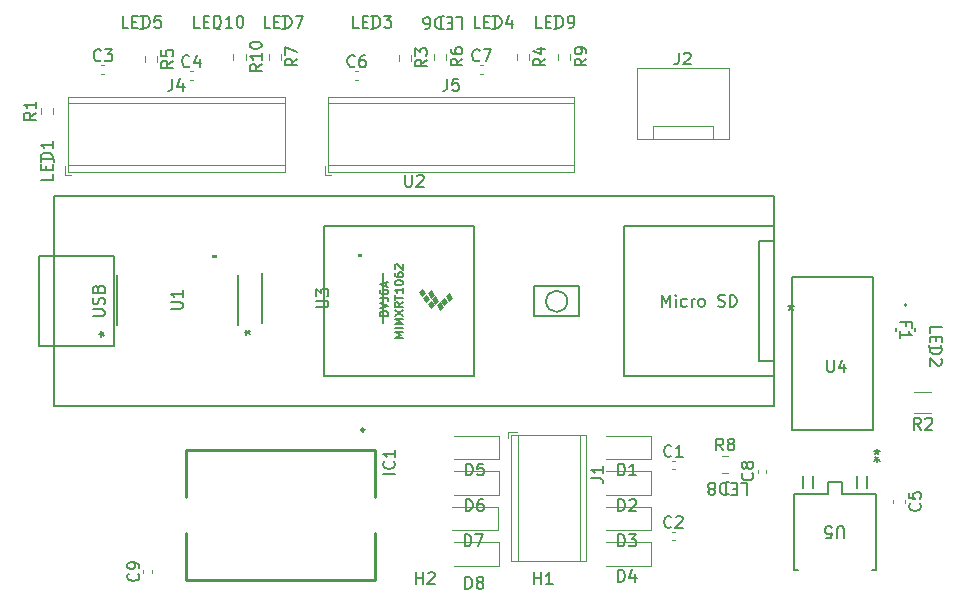
<source format=gbr>
%TF.GenerationSoftware,KiCad,Pcbnew,7.0.8*%
%TF.CreationDate,2024-02-12T15:09:04-05:00*%
%TF.ProjectId,wasabi(PCBlayout),77617361-6269-4285-9043-426c61796f75,rev?*%
%TF.SameCoordinates,Original*%
%TF.FileFunction,Legend,Top*%
%TF.FilePolarity,Positive*%
%FSLAX46Y46*%
G04 Gerber Fmt 4.6, Leading zero omitted, Abs format (unit mm)*
G04 Created by KiCad (PCBNEW 7.0.8) date 2024-02-12 15:09:04*
%MOMM*%
%LPD*%
G01*
G04 APERTURE LIST*
%ADD10C,0.150000*%
%ADD11C,0.100000*%
%ADD12C,0.120000*%
%ADD13C,0.152400*%
%ADD14C,0.254000*%
G04 APERTURE END LIST*
D10*
X162808095Y-60414819D02*
X162808095Y-61224342D01*
X162808095Y-61224342D02*
X162855714Y-61319580D01*
X162855714Y-61319580D02*
X162903333Y-61367200D01*
X162903333Y-61367200D02*
X162998571Y-61414819D01*
X162998571Y-61414819D02*
X163189047Y-61414819D01*
X163189047Y-61414819D02*
X163284285Y-61367200D01*
X163284285Y-61367200D02*
X163331904Y-61319580D01*
X163331904Y-61319580D02*
X163379523Y-61224342D01*
X163379523Y-61224342D02*
X163379523Y-60414819D01*
X163808095Y-60510057D02*
X163855714Y-60462438D01*
X163855714Y-60462438D02*
X163950952Y-60414819D01*
X163950952Y-60414819D02*
X164189047Y-60414819D01*
X164189047Y-60414819D02*
X164284285Y-60462438D01*
X164284285Y-60462438D02*
X164331904Y-60510057D01*
X164331904Y-60510057D02*
X164379523Y-60605295D01*
X164379523Y-60605295D02*
X164379523Y-60700533D01*
X164379523Y-60700533D02*
X164331904Y-60843390D01*
X164331904Y-60843390D02*
X163760476Y-61414819D01*
X163760476Y-61414819D02*
X164379523Y-61414819D01*
X161346033Y-72323333D02*
X160646033Y-72323333D01*
X160646033Y-72323333D02*
X160646033Y-72156666D01*
X160646033Y-72156666D02*
X160679366Y-72056666D01*
X160679366Y-72056666D02*
X160746033Y-71990000D01*
X160746033Y-71990000D02*
X160812700Y-71956666D01*
X160812700Y-71956666D02*
X160946033Y-71923333D01*
X160946033Y-71923333D02*
X161046033Y-71923333D01*
X161046033Y-71923333D02*
X161179366Y-71956666D01*
X161179366Y-71956666D02*
X161246033Y-71990000D01*
X161246033Y-71990000D02*
X161312700Y-72056666D01*
X161312700Y-72056666D02*
X161346033Y-72156666D01*
X161346033Y-72156666D02*
X161346033Y-72323333D01*
X160646033Y-71723333D02*
X161346033Y-71490000D01*
X161346033Y-71490000D02*
X160646033Y-71256666D01*
X160646033Y-70823333D02*
X161146033Y-70823333D01*
X161146033Y-70823333D02*
X161246033Y-70856666D01*
X161246033Y-70856666D02*
X161312700Y-70923333D01*
X161312700Y-70923333D02*
X161346033Y-71023333D01*
X161346033Y-71023333D02*
X161346033Y-71090000D01*
X160646033Y-70190000D02*
X160646033Y-70323333D01*
X160646033Y-70323333D02*
X160679366Y-70390000D01*
X160679366Y-70390000D02*
X160712700Y-70423333D01*
X160712700Y-70423333D02*
X160812700Y-70490000D01*
X160812700Y-70490000D02*
X160946033Y-70523333D01*
X160946033Y-70523333D02*
X161212700Y-70523333D01*
X161212700Y-70523333D02*
X161279366Y-70490000D01*
X161279366Y-70490000D02*
X161312700Y-70456667D01*
X161312700Y-70456667D02*
X161346033Y-70390000D01*
X161346033Y-70390000D02*
X161346033Y-70256667D01*
X161346033Y-70256667D02*
X161312700Y-70190000D01*
X161312700Y-70190000D02*
X161279366Y-70156667D01*
X161279366Y-70156667D02*
X161212700Y-70123333D01*
X161212700Y-70123333D02*
X161046033Y-70123333D01*
X161046033Y-70123333D02*
X160979366Y-70156667D01*
X160979366Y-70156667D02*
X160946033Y-70190000D01*
X160946033Y-70190000D02*
X160912700Y-70256667D01*
X160912700Y-70256667D02*
X160912700Y-70390000D01*
X160912700Y-70390000D02*
X160946033Y-70456667D01*
X160946033Y-70456667D02*
X160979366Y-70490000D01*
X160979366Y-70490000D02*
X161046033Y-70523333D01*
X161146033Y-69856666D02*
X161146033Y-69523333D01*
X161346033Y-69923333D02*
X160646033Y-69690000D01*
X160646033Y-69690000D02*
X161346033Y-69456666D01*
X162616033Y-74203333D02*
X161916033Y-74203333D01*
X161916033Y-74203333D02*
X162416033Y-73970000D01*
X162416033Y-73970000D02*
X161916033Y-73736666D01*
X161916033Y-73736666D02*
X162616033Y-73736666D01*
X162616033Y-73403333D02*
X161916033Y-73403333D01*
X162616033Y-73070000D02*
X161916033Y-73070000D01*
X161916033Y-73070000D02*
X162416033Y-72836667D01*
X162416033Y-72836667D02*
X161916033Y-72603333D01*
X161916033Y-72603333D02*
X162616033Y-72603333D01*
X161916033Y-72336667D02*
X162616033Y-71870000D01*
X161916033Y-71870000D02*
X162616033Y-72336667D01*
X162616033Y-71203333D02*
X162282700Y-71436666D01*
X162616033Y-71603333D02*
X161916033Y-71603333D01*
X161916033Y-71603333D02*
X161916033Y-71336666D01*
X161916033Y-71336666D02*
X161949366Y-71270000D01*
X161949366Y-71270000D02*
X161982700Y-71236666D01*
X161982700Y-71236666D02*
X162049366Y-71203333D01*
X162049366Y-71203333D02*
X162149366Y-71203333D01*
X162149366Y-71203333D02*
X162216033Y-71236666D01*
X162216033Y-71236666D02*
X162249366Y-71270000D01*
X162249366Y-71270000D02*
X162282700Y-71336666D01*
X162282700Y-71336666D02*
X162282700Y-71603333D01*
X161916033Y-71003333D02*
X161916033Y-70603333D01*
X162616033Y-70803333D02*
X161916033Y-70803333D01*
X162616033Y-70003333D02*
X162616033Y-70403333D01*
X162616033Y-70203333D02*
X161916033Y-70203333D01*
X161916033Y-70203333D02*
X162016033Y-70270000D01*
X162016033Y-70270000D02*
X162082700Y-70336667D01*
X162082700Y-70336667D02*
X162116033Y-70403333D01*
X161916033Y-69570000D02*
X161916033Y-69503333D01*
X161916033Y-69503333D02*
X161949366Y-69436666D01*
X161949366Y-69436666D02*
X161982700Y-69403333D01*
X161982700Y-69403333D02*
X162049366Y-69370000D01*
X162049366Y-69370000D02*
X162182700Y-69336666D01*
X162182700Y-69336666D02*
X162349366Y-69336666D01*
X162349366Y-69336666D02*
X162482700Y-69370000D01*
X162482700Y-69370000D02*
X162549366Y-69403333D01*
X162549366Y-69403333D02*
X162582700Y-69436666D01*
X162582700Y-69436666D02*
X162616033Y-69503333D01*
X162616033Y-69503333D02*
X162616033Y-69570000D01*
X162616033Y-69570000D02*
X162582700Y-69636666D01*
X162582700Y-69636666D02*
X162549366Y-69670000D01*
X162549366Y-69670000D02*
X162482700Y-69703333D01*
X162482700Y-69703333D02*
X162349366Y-69736666D01*
X162349366Y-69736666D02*
X162182700Y-69736666D01*
X162182700Y-69736666D02*
X162049366Y-69703333D01*
X162049366Y-69703333D02*
X161982700Y-69670000D01*
X161982700Y-69670000D02*
X161949366Y-69636666D01*
X161949366Y-69636666D02*
X161916033Y-69570000D01*
X161916033Y-68736666D02*
X161916033Y-68869999D01*
X161916033Y-68869999D02*
X161949366Y-68936666D01*
X161949366Y-68936666D02*
X161982700Y-68969999D01*
X161982700Y-68969999D02*
X162082700Y-69036666D01*
X162082700Y-69036666D02*
X162216033Y-69069999D01*
X162216033Y-69069999D02*
X162482700Y-69069999D01*
X162482700Y-69069999D02*
X162549366Y-69036666D01*
X162549366Y-69036666D02*
X162582700Y-69003333D01*
X162582700Y-69003333D02*
X162616033Y-68936666D01*
X162616033Y-68936666D02*
X162616033Y-68803333D01*
X162616033Y-68803333D02*
X162582700Y-68736666D01*
X162582700Y-68736666D02*
X162549366Y-68703333D01*
X162549366Y-68703333D02*
X162482700Y-68669999D01*
X162482700Y-68669999D02*
X162316033Y-68669999D01*
X162316033Y-68669999D02*
X162249366Y-68703333D01*
X162249366Y-68703333D02*
X162216033Y-68736666D01*
X162216033Y-68736666D02*
X162182700Y-68803333D01*
X162182700Y-68803333D02*
X162182700Y-68936666D01*
X162182700Y-68936666D02*
X162216033Y-69003333D01*
X162216033Y-69003333D02*
X162249366Y-69036666D01*
X162249366Y-69036666D02*
X162316033Y-69069999D01*
X161982700Y-68403332D02*
X161949366Y-68369999D01*
X161949366Y-68369999D02*
X161916033Y-68303332D01*
X161916033Y-68303332D02*
X161916033Y-68136666D01*
X161916033Y-68136666D02*
X161949366Y-68069999D01*
X161949366Y-68069999D02*
X161982700Y-68036666D01*
X161982700Y-68036666D02*
X162049366Y-68003332D01*
X162049366Y-68003332D02*
X162116033Y-68003332D01*
X162116033Y-68003332D02*
X162216033Y-68036666D01*
X162216033Y-68036666D02*
X162616033Y-68436666D01*
X162616033Y-68436666D02*
X162616033Y-68003332D01*
X184580952Y-71574819D02*
X184580952Y-70574819D01*
X184580952Y-70574819D02*
X184914285Y-71289104D01*
X184914285Y-71289104D02*
X185247618Y-70574819D01*
X185247618Y-70574819D02*
X185247618Y-71574819D01*
X185723809Y-71574819D02*
X185723809Y-70908152D01*
X185723809Y-70574819D02*
X185676190Y-70622438D01*
X185676190Y-70622438D02*
X185723809Y-70670057D01*
X185723809Y-70670057D02*
X185771428Y-70622438D01*
X185771428Y-70622438D02*
X185723809Y-70574819D01*
X185723809Y-70574819D02*
X185723809Y-70670057D01*
X186628570Y-71527200D02*
X186533332Y-71574819D01*
X186533332Y-71574819D02*
X186342856Y-71574819D01*
X186342856Y-71574819D02*
X186247618Y-71527200D01*
X186247618Y-71527200D02*
X186199999Y-71479580D01*
X186199999Y-71479580D02*
X186152380Y-71384342D01*
X186152380Y-71384342D02*
X186152380Y-71098628D01*
X186152380Y-71098628D02*
X186199999Y-71003390D01*
X186199999Y-71003390D02*
X186247618Y-70955771D01*
X186247618Y-70955771D02*
X186342856Y-70908152D01*
X186342856Y-70908152D02*
X186533332Y-70908152D01*
X186533332Y-70908152D02*
X186628570Y-70955771D01*
X187057142Y-71574819D02*
X187057142Y-70908152D01*
X187057142Y-71098628D02*
X187104761Y-71003390D01*
X187104761Y-71003390D02*
X187152380Y-70955771D01*
X187152380Y-70955771D02*
X187247618Y-70908152D01*
X187247618Y-70908152D02*
X187342856Y-70908152D01*
X187819047Y-71574819D02*
X187723809Y-71527200D01*
X187723809Y-71527200D02*
X187676190Y-71479580D01*
X187676190Y-71479580D02*
X187628571Y-71384342D01*
X187628571Y-71384342D02*
X187628571Y-71098628D01*
X187628571Y-71098628D02*
X187676190Y-71003390D01*
X187676190Y-71003390D02*
X187723809Y-70955771D01*
X187723809Y-70955771D02*
X187819047Y-70908152D01*
X187819047Y-70908152D02*
X187961904Y-70908152D01*
X187961904Y-70908152D02*
X188057142Y-70955771D01*
X188057142Y-70955771D02*
X188104761Y-71003390D01*
X188104761Y-71003390D02*
X188152380Y-71098628D01*
X188152380Y-71098628D02*
X188152380Y-71384342D01*
X188152380Y-71384342D02*
X188104761Y-71479580D01*
X188104761Y-71479580D02*
X188057142Y-71527200D01*
X188057142Y-71527200D02*
X187961904Y-71574819D01*
X187961904Y-71574819D02*
X187819047Y-71574819D01*
X189295238Y-71527200D02*
X189438095Y-71574819D01*
X189438095Y-71574819D02*
X189676190Y-71574819D01*
X189676190Y-71574819D02*
X189771428Y-71527200D01*
X189771428Y-71527200D02*
X189819047Y-71479580D01*
X189819047Y-71479580D02*
X189866666Y-71384342D01*
X189866666Y-71384342D02*
X189866666Y-71289104D01*
X189866666Y-71289104D02*
X189819047Y-71193866D01*
X189819047Y-71193866D02*
X189771428Y-71146247D01*
X189771428Y-71146247D02*
X189676190Y-71098628D01*
X189676190Y-71098628D02*
X189485714Y-71051009D01*
X189485714Y-71051009D02*
X189390476Y-71003390D01*
X189390476Y-71003390D02*
X189342857Y-70955771D01*
X189342857Y-70955771D02*
X189295238Y-70860533D01*
X189295238Y-70860533D02*
X189295238Y-70765295D01*
X189295238Y-70765295D02*
X189342857Y-70670057D01*
X189342857Y-70670057D02*
X189390476Y-70622438D01*
X189390476Y-70622438D02*
X189485714Y-70574819D01*
X189485714Y-70574819D02*
X189723809Y-70574819D01*
X189723809Y-70574819D02*
X189866666Y-70622438D01*
X190295238Y-71574819D02*
X190295238Y-70574819D01*
X190295238Y-70574819D02*
X190533333Y-70574819D01*
X190533333Y-70574819D02*
X190676190Y-70622438D01*
X190676190Y-70622438D02*
X190771428Y-70717676D01*
X190771428Y-70717676D02*
X190819047Y-70812914D01*
X190819047Y-70812914D02*
X190866666Y-71003390D01*
X190866666Y-71003390D02*
X190866666Y-71146247D01*
X190866666Y-71146247D02*
X190819047Y-71336723D01*
X190819047Y-71336723D02*
X190771428Y-71431961D01*
X190771428Y-71431961D02*
X190676190Y-71527200D01*
X190676190Y-71527200D02*
X190533333Y-71574819D01*
X190533333Y-71574819D02*
X190295238Y-71574819D01*
X136354819Y-72381904D02*
X137164342Y-72381904D01*
X137164342Y-72381904D02*
X137259580Y-72334285D01*
X137259580Y-72334285D02*
X137307200Y-72286666D01*
X137307200Y-72286666D02*
X137354819Y-72191428D01*
X137354819Y-72191428D02*
X137354819Y-72000952D01*
X137354819Y-72000952D02*
X137307200Y-71905714D01*
X137307200Y-71905714D02*
X137259580Y-71858095D01*
X137259580Y-71858095D02*
X137164342Y-71810476D01*
X137164342Y-71810476D02*
X136354819Y-71810476D01*
X137307200Y-71381904D02*
X137354819Y-71239047D01*
X137354819Y-71239047D02*
X137354819Y-71000952D01*
X137354819Y-71000952D02*
X137307200Y-70905714D01*
X137307200Y-70905714D02*
X137259580Y-70858095D01*
X137259580Y-70858095D02*
X137164342Y-70810476D01*
X137164342Y-70810476D02*
X137069104Y-70810476D01*
X137069104Y-70810476D02*
X136973866Y-70858095D01*
X136973866Y-70858095D02*
X136926247Y-70905714D01*
X136926247Y-70905714D02*
X136878628Y-71000952D01*
X136878628Y-71000952D02*
X136831009Y-71191428D01*
X136831009Y-71191428D02*
X136783390Y-71286666D01*
X136783390Y-71286666D02*
X136735771Y-71334285D01*
X136735771Y-71334285D02*
X136640533Y-71381904D01*
X136640533Y-71381904D02*
X136545295Y-71381904D01*
X136545295Y-71381904D02*
X136450057Y-71334285D01*
X136450057Y-71334285D02*
X136402438Y-71286666D01*
X136402438Y-71286666D02*
X136354819Y-71191428D01*
X136354819Y-71191428D02*
X136354819Y-70953333D01*
X136354819Y-70953333D02*
X136402438Y-70810476D01*
X136831009Y-70048571D02*
X136878628Y-69905714D01*
X136878628Y-69905714D02*
X136926247Y-69858095D01*
X136926247Y-69858095D02*
X137021485Y-69810476D01*
X137021485Y-69810476D02*
X137164342Y-69810476D01*
X137164342Y-69810476D02*
X137259580Y-69858095D01*
X137259580Y-69858095D02*
X137307200Y-69905714D01*
X137307200Y-69905714D02*
X137354819Y-70000952D01*
X137354819Y-70000952D02*
X137354819Y-70381904D01*
X137354819Y-70381904D02*
X136354819Y-70381904D01*
X136354819Y-70381904D02*
X136354819Y-70048571D01*
X136354819Y-70048571D02*
X136402438Y-69953333D01*
X136402438Y-69953333D02*
X136450057Y-69905714D01*
X136450057Y-69905714D02*
X136545295Y-69858095D01*
X136545295Y-69858095D02*
X136640533Y-69858095D01*
X136640533Y-69858095D02*
X136735771Y-69905714D01*
X136735771Y-69905714D02*
X136783390Y-69953333D01*
X136783390Y-69953333D02*
X136831009Y-70048571D01*
X136831009Y-70048571D02*
X136831009Y-70381904D01*
X163738095Y-95054819D02*
X163738095Y-94054819D01*
X163738095Y-94531009D02*
X164309523Y-94531009D01*
X164309523Y-95054819D02*
X164309523Y-94054819D01*
X164738095Y-94150057D02*
X164785714Y-94102438D01*
X164785714Y-94102438D02*
X164880952Y-94054819D01*
X164880952Y-94054819D02*
X165119047Y-94054819D01*
X165119047Y-94054819D02*
X165214285Y-94102438D01*
X165214285Y-94102438D02*
X165261904Y-94150057D01*
X165261904Y-94150057D02*
X165309523Y-94245295D01*
X165309523Y-94245295D02*
X165309523Y-94340533D01*
X165309523Y-94340533D02*
X165261904Y-94483390D01*
X165261904Y-94483390D02*
X164690476Y-95054819D01*
X164690476Y-95054819D02*
X165309523Y-95054819D01*
X173738095Y-95054819D02*
X173738095Y-94054819D01*
X173738095Y-94531009D02*
X174309523Y-94531009D01*
X174309523Y-95054819D02*
X174309523Y-94054819D01*
X175309523Y-95054819D02*
X174738095Y-95054819D01*
X175023809Y-95054819D02*
X175023809Y-94054819D01*
X175023809Y-94054819D02*
X174928571Y-94197676D01*
X174928571Y-94197676D02*
X174833333Y-94292914D01*
X174833333Y-94292914D02*
X174738095Y-94340533D01*
X178159519Y-50579166D02*
X177683328Y-50912499D01*
X178159519Y-51150594D02*
X177159519Y-51150594D01*
X177159519Y-51150594D02*
X177159519Y-50769642D01*
X177159519Y-50769642D02*
X177207138Y-50674404D01*
X177207138Y-50674404D02*
X177254757Y-50626785D01*
X177254757Y-50626785D02*
X177349995Y-50579166D01*
X177349995Y-50579166D02*
X177492852Y-50579166D01*
X177492852Y-50579166D02*
X177588090Y-50626785D01*
X177588090Y-50626785D02*
X177635709Y-50674404D01*
X177635709Y-50674404D02*
X177683328Y-50769642D01*
X177683328Y-50769642D02*
X177683328Y-51150594D01*
X178159519Y-50102975D02*
X178159519Y-49912499D01*
X178159519Y-49912499D02*
X178111900Y-49817261D01*
X178111900Y-49817261D02*
X178064280Y-49769642D01*
X178064280Y-49769642D02*
X177921423Y-49674404D01*
X177921423Y-49674404D02*
X177730947Y-49626785D01*
X177730947Y-49626785D02*
X177349995Y-49626785D01*
X177349995Y-49626785D02*
X177254757Y-49674404D01*
X177254757Y-49674404D02*
X177207138Y-49722023D01*
X177207138Y-49722023D02*
X177159519Y-49817261D01*
X177159519Y-49817261D02*
X177159519Y-50007737D01*
X177159519Y-50007737D02*
X177207138Y-50102975D01*
X177207138Y-50102975D02*
X177254757Y-50150594D01*
X177254757Y-50150594D02*
X177349995Y-50198213D01*
X177349995Y-50198213D02*
X177588090Y-50198213D01*
X177588090Y-50198213D02*
X177683328Y-50150594D01*
X177683328Y-50150594D02*
X177730947Y-50102975D01*
X177730947Y-50102975D02*
X177778566Y-50007737D01*
X177778566Y-50007737D02*
X177778566Y-49817261D01*
X177778566Y-49817261D02*
X177730947Y-49722023D01*
X177730947Y-49722023D02*
X177683328Y-49674404D01*
X177683328Y-49674404D02*
X177588090Y-49626785D01*
X205250990Y-73199916D02*
X205250990Y-72866583D01*
X204727180Y-72866583D02*
X205727180Y-72866583D01*
X205727180Y-72866583D02*
X205727180Y-73342773D01*
X204727180Y-74247535D02*
X204727180Y-73676107D01*
X204727180Y-73961821D02*
X205727180Y-73961821D01*
X205727180Y-73961821D02*
X205584323Y-73866583D01*
X205584323Y-73866583D02*
X205489085Y-73771345D01*
X205489085Y-73771345D02*
X205441466Y-73676107D01*
X189729333Y-83737919D02*
X189396000Y-83261728D01*
X189157905Y-83737919D02*
X189157905Y-82737919D01*
X189157905Y-82737919D02*
X189538857Y-82737919D01*
X189538857Y-82737919D02*
X189634095Y-82785538D01*
X189634095Y-82785538D02*
X189681714Y-82833157D01*
X189681714Y-82833157D02*
X189729333Y-82928395D01*
X189729333Y-82928395D02*
X189729333Y-83071252D01*
X189729333Y-83071252D02*
X189681714Y-83166490D01*
X189681714Y-83166490D02*
X189634095Y-83214109D01*
X189634095Y-83214109D02*
X189538857Y-83261728D01*
X189538857Y-83261728D02*
X189157905Y-83261728D01*
X190300762Y-83166490D02*
X190205524Y-83118871D01*
X190205524Y-83118871D02*
X190157905Y-83071252D01*
X190157905Y-83071252D02*
X190110286Y-82976014D01*
X190110286Y-82976014D02*
X190110286Y-82928395D01*
X190110286Y-82928395D02*
X190157905Y-82833157D01*
X190157905Y-82833157D02*
X190205524Y-82785538D01*
X190205524Y-82785538D02*
X190300762Y-82737919D01*
X190300762Y-82737919D02*
X190491238Y-82737919D01*
X190491238Y-82737919D02*
X190586476Y-82785538D01*
X190586476Y-82785538D02*
X190634095Y-82833157D01*
X190634095Y-82833157D02*
X190681714Y-82928395D01*
X190681714Y-82928395D02*
X190681714Y-82976014D01*
X190681714Y-82976014D02*
X190634095Y-83071252D01*
X190634095Y-83071252D02*
X190586476Y-83118871D01*
X190586476Y-83118871D02*
X190491238Y-83166490D01*
X190491238Y-83166490D02*
X190300762Y-83166490D01*
X190300762Y-83166490D02*
X190205524Y-83214109D01*
X190205524Y-83214109D02*
X190157905Y-83261728D01*
X190157905Y-83261728D02*
X190110286Y-83356966D01*
X190110286Y-83356966D02*
X190110286Y-83547442D01*
X190110286Y-83547442D02*
X190157905Y-83642680D01*
X190157905Y-83642680D02*
X190205524Y-83690300D01*
X190205524Y-83690300D02*
X190300762Y-83737919D01*
X190300762Y-83737919D02*
X190491238Y-83737919D01*
X190491238Y-83737919D02*
X190586476Y-83690300D01*
X190586476Y-83690300D02*
X190634095Y-83642680D01*
X190634095Y-83642680D02*
X190681714Y-83547442D01*
X190681714Y-83547442D02*
X190681714Y-83356966D01*
X190681714Y-83356966D02*
X190634095Y-83261728D01*
X190634095Y-83261728D02*
X190586476Y-83214109D01*
X190586476Y-83214109D02*
X190491238Y-83166490D01*
X143086666Y-52294819D02*
X143086666Y-53009104D01*
X143086666Y-53009104D02*
X143039047Y-53151961D01*
X143039047Y-53151961D02*
X142943809Y-53247200D01*
X142943809Y-53247200D02*
X142800952Y-53294819D01*
X142800952Y-53294819D02*
X142705714Y-53294819D01*
X143991428Y-52628152D02*
X143991428Y-53294819D01*
X143753333Y-52247200D02*
X143515238Y-52961485D01*
X143515238Y-52961485D02*
X144134285Y-52961485D01*
X207227180Y-73793552D02*
X207227180Y-73317362D01*
X207227180Y-73317362D02*
X208227180Y-73317362D01*
X207750990Y-74126886D02*
X207750990Y-74460219D01*
X207227180Y-74603076D02*
X207227180Y-74126886D01*
X207227180Y-74126886D02*
X208227180Y-74126886D01*
X208227180Y-74126886D02*
X208227180Y-74603076D01*
X207227180Y-75031648D02*
X208227180Y-75031648D01*
X208227180Y-75031648D02*
X208227180Y-75269743D01*
X208227180Y-75269743D02*
X208179561Y-75412600D01*
X208179561Y-75412600D02*
X208084323Y-75507838D01*
X208084323Y-75507838D02*
X207989085Y-75555457D01*
X207989085Y-75555457D02*
X207798609Y-75603076D01*
X207798609Y-75603076D02*
X207655752Y-75603076D01*
X207655752Y-75603076D02*
X207465276Y-75555457D01*
X207465276Y-75555457D02*
X207370038Y-75507838D01*
X207370038Y-75507838D02*
X207274800Y-75412600D01*
X207274800Y-75412600D02*
X207227180Y-75269743D01*
X207227180Y-75269743D02*
X207227180Y-75031648D01*
X208131942Y-75984029D02*
X208179561Y-76031648D01*
X208179561Y-76031648D02*
X208227180Y-76126886D01*
X208227180Y-76126886D02*
X208227180Y-76364981D01*
X208227180Y-76364981D02*
X208179561Y-76460219D01*
X208179561Y-76460219D02*
X208131942Y-76507838D01*
X208131942Y-76507838D02*
X208036704Y-76555457D01*
X208036704Y-76555457D02*
X207941466Y-76555457D01*
X207941466Y-76555457D02*
X207798609Y-76507838D01*
X207798609Y-76507838D02*
X207227180Y-75936410D01*
X207227180Y-75936410D02*
X207227180Y-76555457D01*
X206465333Y-81979619D02*
X206132000Y-81503428D01*
X205893905Y-81979619D02*
X205893905Y-80979619D01*
X205893905Y-80979619D02*
X206274857Y-80979619D01*
X206274857Y-80979619D02*
X206370095Y-81027238D01*
X206370095Y-81027238D02*
X206417714Y-81074857D01*
X206417714Y-81074857D02*
X206465333Y-81170095D01*
X206465333Y-81170095D02*
X206465333Y-81312952D01*
X206465333Y-81312952D02*
X206417714Y-81408190D01*
X206417714Y-81408190D02*
X206370095Y-81455809D01*
X206370095Y-81455809D02*
X206274857Y-81503428D01*
X206274857Y-81503428D02*
X205893905Y-81503428D01*
X206846286Y-81074857D02*
X206893905Y-81027238D01*
X206893905Y-81027238D02*
X206989143Y-80979619D01*
X206989143Y-80979619D02*
X207227238Y-80979619D01*
X207227238Y-80979619D02*
X207322476Y-81027238D01*
X207322476Y-81027238D02*
X207370095Y-81074857D01*
X207370095Y-81074857D02*
X207417714Y-81170095D01*
X207417714Y-81170095D02*
X207417714Y-81265333D01*
X207417714Y-81265333D02*
X207370095Y-81408190D01*
X207370095Y-81408190D02*
X206798667Y-81979619D01*
X206798667Y-81979619D02*
X207417714Y-81979619D01*
X180838905Y-85859819D02*
X180838905Y-84859819D01*
X180838905Y-84859819D02*
X181077000Y-84859819D01*
X181077000Y-84859819D02*
X181219857Y-84907438D01*
X181219857Y-84907438D02*
X181315095Y-85002676D01*
X181315095Y-85002676D02*
X181362714Y-85097914D01*
X181362714Y-85097914D02*
X181410333Y-85288390D01*
X181410333Y-85288390D02*
X181410333Y-85431247D01*
X181410333Y-85431247D02*
X181362714Y-85621723D01*
X181362714Y-85621723D02*
X181315095Y-85716961D01*
X181315095Y-85716961D02*
X181219857Y-85812200D01*
X181219857Y-85812200D02*
X181077000Y-85859819D01*
X181077000Y-85859819D02*
X180838905Y-85859819D01*
X182362714Y-85859819D02*
X181791286Y-85859819D01*
X182077000Y-85859819D02*
X182077000Y-84859819D01*
X182077000Y-84859819D02*
X181981762Y-85002676D01*
X181981762Y-85002676D02*
X181886524Y-85097914D01*
X181886524Y-85097914D02*
X181791286Y-85145533D01*
X180838905Y-91859819D02*
X180838905Y-90859819D01*
X180838905Y-90859819D02*
X181077000Y-90859819D01*
X181077000Y-90859819D02*
X181219857Y-90907438D01*
X181219857Y-90907438D02*
X181315095Y-91002676D01*
X181315095Y-91002676D02*
X181362714Y-91097914D01*
X181362714Y-91097914D02*
X181410333Y-91288390D01*
X181410333Y-91288390D02*
X181410333Y-91431247D01*
X181410333Y-91431247D02*
X181362714Y-91621723D01*
X181362714Y-91621723D02*
X181315095Y-91716961D01*
X181315095Y-91716961D02*
X181219857Y-91812200D01*
X181219857Y-91812200D02*
X181077000Y-91859819D01*
X181077000Y-91859819D02*
X180838905Y-91859819D01*
X181743667Y-90859819D02*
X182362714Y-90859819D01*
X182362714Y-90859819D02*
X182029381Y-91240771D01*
X182029381Y-91240771D02*
X182172238Y-91240771D01*
X182172238Y-91240771D02*
X182267476Y-91288390D01*
X182267476Y-91288390D02*
X182315095Y-91336009D01*
X182315095Y-91336009D02*
X182362714Y-91431247D01*
X182362714Y-91431247D02*
X182362714Y-91669342D01*
X182362714Y-91669342D02*
X182315095Y-91764580D01*
X182315095Y-91764580D02*
X182267476Y-91812200D01*
X182267476Y-91812200D02*
X182172238Y-91859819D01*
X182172238Y-91859819D02*
X181886524Y-91859819D01*
X181886524Y-91859819D02*
X181791286Y-91812200D01*
X181791286Y-91812200D02*
X181743667Y-91764580D01*
X151380952Y-47954819D02*
X150904762Y-47954819D01*
X150904762Y-47954819D02*
X150904762Y-46954819D01*
X151714286Y-47431009D02*
X152047619Y-47431009D01*
X152190476Y-47954819D02*
X151714286Y-47954819D01*
X151714286Y-47954819D02*
X151714286Y-46954819D01*
X151714286Y-46954819D02*
X152190476Y-46954819D01*
X152619048Y-47954819D02*
X152619048Y-46954819D01*
X152619048Y-46954819D02*
X152857143Y-46954819D01*
X152857143Y-46954819D02*
X153000000Y-47002438D01*
X153000000Y-47002438D02*
X153095238Y-47097676D01*
X153095238Y-47097676D02*
X153142857Y-47192914D01*
X153142857Y-47192914D02*
X153190476Y-47383390D01*
X153190476Y-47383390D02*
X153190476Y-47526247D01*
X153190476Y-47526247D02*
X153142857Y-47716723D01*
X153142857Y-47716723D02*
X153095238Y-47811961D01*
X153095238Y-47811961D02*
X153000000Y-47907200D01*
X153000000Y-47907200D02*
X152857143Y-47954819D01*
X152857143Y-47954819D02*
X152619048Y-47954819D01*
X153523810Y-46954819D02*
X154190476Y-46954819D01*
X154190476Y-46954819D02*
X153761905Y-47954819D01*
X139380952Y-47954819D02*
X138904762Y-47954819D01*
X138904762Y-47954819D02*
X138904762Y-46954819D01*
X139714286Y-47431009D02*
X140047619Y-47431009D01*
X140190476Y-47954819D02*
X139714286Y-47954819D01*
X139714286Y-47954819D02*
X139714286Y-46954819D01*
X139714286Y-46954819D02*
X140190476Y-46954819D01*
X140619048Y-47954819D02*
X140619048Y-46954819D01*
X140619048Y-46954819D02*
X140857143Y-46954819D01*
X140857143Y-46954819D02*
X141000000Y-47002438D01*
X141000000Y-47002438D02*
X141095238Y-47097676D01*
X141095238Y-47097676D02*
X141142857Y-47192914D01*
X141142857Y-47192914D02*
X141190476Y-47383390D01*
X141190476Y-47383390D02*
X141190476Y-47526247D01*
X141190476Y-47526247D02*
X141142857Y-47716723D01*
X141142857Y-47716723D02*
X141095238Y-47811961D01*
X141095238Y-47811961D02*
X141000000Y-47907200D01*
X141000000Y-47907200D02*
X140857143Y-47954819D01*
X140857143Y-47954819D02*
X140619048Y-47954819D01*
X142095238Y-46954819D02*
X141619048Y-46954819D01*
X141619048Y-46954819D02*
X141571429Y-47431009D01*
X141571429Y-47431009D02*
X141619048Y-47383390D01*
X141619048Y-47383390D02*
X141714286Y-47335771D01*
X141714286Y-47335771D02*
X141952381Y-47335771D01*
X141952381Y-47335771D02*
X142047619Y-47383390D01*
X142047619Y-47383390D02*
X142095238Y-47431009D01*
X142095238Y-47431009D02*
X142142857Y-47526247D01*
X142142857Y-47526247D02*
X142142857Y-47764342D01*
X142142857Y-47764342D02*
X142095238Y-47859580D01*
X142095238Y-47859580D02*
X142047619Y-47907200D01*
X142047619Y-47907200D02*
X141952381Y-47954819D01*
X141952381Y-47954819D02*
X141714286Y-47954819D01*
X141714286Y-47954819D02*
X141619048Y-47907200D01*
X141619048Y-47907200D02*
X141571429Y-47859580D01*
X143159519Y-50754166D02*
X142683328Y-51087499D01*
X143159519Y-51325594D02*
X142159519Y-51325594D01*
X142159519Y-51325594D02*
X142159519Y-50944642D01*
X142159519Y-50944642D02*
X142207138Y-50849404D01*
X142207138Y-50849404D02*
X142254757Y-50801785D01*
X142254757Y-50801785D02*
X142349995Y-50754166D01*
X142349995Y-50754166D02*
X142492852Y-50754166D01*
X142492852Y-50754166D02*
X142588090Y-50801785D01*
X142588090Y-50801785D02*
X142635709Y-50849404D01*
X142635709Y-50849404D02*
X142683328Y-50944642D01*
X142683328Y-50944642D02*
X142683328Y-51325594D01*
X142159519Y-49849404D02*
X142159519Y-50325594D01*
X142159519Y-50325594D02*
X142635709Y-50373213D01*
X142635709Y-50373213D02*
X142588090Y-50325594D01*
X142588090Y-50325594D02*
X142540471Y-50230356D01*
X142540471Y-50230356D02*
X142540471Y-49992261D01*
X142540471Y-49992261D02*
X142588090Y-49897023D01*
X142588090Y-49897023D02*
X142635709Y-49849404D01*
X142635709Y-49849404D02*
X142730947Y-49801785D01*
X142730947Y-49801785D02*
X142969042Y-49801785D01*
X142969042Y-49801785D02*
X143064280Y-49849404D01*
X143064280Y-49849404D02*
X143111900Y-49897023D01*
X143111900Y-49897023D02*
X143159519Y-49992261D01*
X143159519Y-49992261D02*
X143159519Y-50230356D01*
X143159519Y-50230356D02*
X143111900Y-50325594D01*
X143111900Y-50325594D02*
X143064280Y-50373213D01*
X167119047Y-47045180D02*
X167595237Y-47045180D01*
X167595237Y-47045180D02*
X167595237Y-48045180D01*
X166785713Y-47568990D02*
X166452380Y-47568990D01*
X166309523Y-47045180D02*
X166785713Y-47045180D01*
X166785713Y-47045180D02*
X166785713Y-48045180D01*
X166785713Y-48045180D02*
X166309523Y-48045180D01*
X165880951Y-47045180D02*
X165880951Y-48045180D01*
X165880951Y-48045180D02*
X165642856Y-48045180D01*
X165642856Y-48045180D02*
X165499999Y-47997561D01*
X165499999Y-47997561D02*
X165404761Y-47902323D01*
X165404761Y-47902323D02*
X165357142Y-47807085D01*
X165357142Y-47807085D02*
X165309523Y-47616609D01*
X165309523Y-47616609D02*
X165309523Y-47473752D01*
X165309523Y-47473752D02*
X165357142Y-47283276D01*
X165357142Y-47283276D02*
X165404761Y-47188038D01*
X165404761Y-47188038D02*
X165499999Y-47092800D01*
X165499999Y-47092800D02*
X165642856Y-47045180D01*
X165642856Y-47045180D02*
X165880951Y-47045180D01*
X164452380Y-48045180D02*
X164642856Y-48045180D01*
X164642856Y-48045180D02*
X164738094Y-47997561D01*
X164738094Y-47997561D02*
X164785713Y-47949942D01*
X164785713Y-47949942D02*
X164880951Y-47807085D01*
X164880951Y-47807085D02*
X164928570Y-47616609D01*
X164928570Y-47616609D02*
X164928570Y-47235657D01*
X164928570Y-47235657D02*
X164880951Y-47140419D01*
X164880951Y-47140419D02*
X164833332Y-47092800D01*
X164833332Y-47092800D02*
X164738094Y-47045180D01*
X164738094Y-47045180D02*
X164547618Y-47045180D01*
X164547618Y-47045180D02*
X164452380Y-47092800D01*
X164452380Y-47092800D02*
X164404761Y-47140419D01*
X164404761Y-47140419D02*
X164357142Y-47235657D01*
X164357142Y-47235657D02*
X164357142Y-47473752D01*
X164357142Y-47473752D02*
X164404761Y-47568990D01*
X164404761Y-47568990D02*
X164452380Y-47616609D01*
X164452380Y-47616609D02*
X164547618Y-47664228D01*
X164547618Y-47664228D02*
X164738094Y-47664228D01*
X164738094Y-47664228D02*
X164833332Y-47616609D01*
X164833332Y-47616609D02*
X164880951Y-47568990D01*
X164880951Y-47568990D02*
X164928570Y-47473752D01*
X131524819Y-55166666D02*
X131048628Y-55499999D01*
X131524819Y-55738094D02*
X130524819Y-55738094D01*
X130524819Y-55738094D02*
X130524819Y-55357142D01*
X130524819Y-55357142D02*
X130572438Y-55261904D01*
X130572438Y-55261904D02*
X130620057Y-55214285D01*
X130620057Y-55214285D02*
X130715295Y-55166666D01*
X130715295Y-55166666D02*
X130858152Y-55166666D01*
X130858152Y-55166666D02*
X130953390Y-55214285D01*
X130953390Y-55214285D02*
X131001009Y-55261904D01*
X131001009Y-55261904D02*
X131048628Y-55357142D01*
X131048628Y-55357142D02*
X131048628Y-55738094D01*
X131524819Y-54214285D02*
X131524819Y-54785713D01*
X131524819Y-54499999D02*
X130524819Y-54499999D01*
X130524819Y-54499999D02*
X130667676Y-54595237D01*
X130667676Y-54595237D02*
X130762914Y-54690475D01*
X130762914Y-54690475D02*
X130810533Y-54785713D01*
X185350833Y-84199580D02*
X185303214Y-84247200D01*
X185303214Y-84247200D02*
X185160357Y-84294819D01*
X185160357Y-84294819D02*
X185065119Y-84294819D01*
X185065119Y-84294819D02*
X184922262Y-84247200D01*
X184922262Y-84247200D02*
X184827024Y-84151961D01*
X184827024Y-84151961D02*
X184779405Y-84056723D01*
X184779405Y-84056723D02*
X184731786Y-83866247D01*
X184731786Y-83866247D02*
X184731786Y-83723390D01*
X184731786Y-83723390D02*
X184779405Y-83532914D01*
X184779405Y-83532914D02*
X184827024Y-83437676D01*
X184827024Y-83437676D02*
X184922262Y-83342438D01*
X184922262Y-83342438D02*
X185065119Y-83294819D01*
X185065119Y-83294819D02*
X185160357Y-83294819D01*
X185160357Y-83294819D02*
X185303214Y-83342438D01*
X185303214Y-83342438D02*
X185350833Y-83390057D01*
X186303214Y-84294819D02*
X185731786Y-84294819D01*
X186017500Y-84294819D02*
X186017500Y-83294819D01*
X186017500Y-83294819D02*
X185922262Y-83437676D01*
X185922262Y-83437676D02*
X185827024Y-83532914D01*
X185827024Y-83532914D02*
X185731786Y-83580533D01*
X158880952Y-47954819D02*
X158404762Y-47954819D01*
X158404762Y-47954819D02*
X158404762Y-46954819D01*
X159214286Y-47431009D02*
X159547619Y-47431009D01*
X159690476Y-47954819D02*
X159214286Y-47954819D01*
X159214286Y-47954819D02*
X159214286Y-46954819D01*
X159214286Y-46954819D02*
X159690476Y-46954819D01*
X160119048Y-47954819D02*
X160119048Y-46954819D01*
X160119048Y-46954819D02*
X160357143Y-46954819D01*
X160357143Y-46954819D02*
X160500000Y-47002438D01*
X160500000Y-47002438D02*
X160595238Y-47097676D01*
X160595238Y-47097676D02*
X160642857Y-47192914D01*
X160642857Y-47192914D02*
X160690476Y-47383390D01*
X160690476Y-47383390D02*
X160690476Y-47526247D01*
X160690476Y-47526247D02*
X160642857Y-47716723D01*
X160642857Y-47716723D02*
X160595238Y-47811961D01*
X160595238Y-47811961D02*
X160500000Y-47907200D01*
X160500000Y-47907200D02*
X160357143Y-47954819D01*
X160357143Y-47954819D02*
X160119048Y-47954819D01*
X161023810Y-46954819D02*
X161642857Y-46954819D01*
X161642857Y-46954819D02*
X161309524Y-47335771D01*
X161309524Y-47335771D02*
X161452381Y-47335771D01*
X161452381Y-47335771D02*
X161547619Y-47383390D01*
X161547619Y-47383390D02*
X161595238Y-47431009D01*
X161595238Y-47431009D02*
X161642857Y-47526247D01*
X161642857Y-47526247D02*
X161642857Y-47764342D01*
X161642857Y-47764342D02*
X161595238Y-47859580D01*
X161595238Y-47859580D02*
X161547619Y-47907200D01*
X161547619Y-47907200D02*
X161452381Y-47954819D01*
X161452381Y-47954819D02*
X161166667Y-47954819D01*
X161166667Y-47954819D02*
X161071429Y-47907200D01*
X161071429Y-47907200D02*
X161023810Y-47859580D01*
X132954819Y-60344347D02*
X132954819Y-60820537D01*
X132954819Y-60820537D02*
X131954819Y-60820537D01*
X132431009Y-60011013D02*
X132431009Y-59677680D01*
X132954819Y-59534823D02*
X132954819Y-60011013D01*
X132954819Y-60011013D02*
X131954819Y-60011013D01*
X131954819Y-60011013D02*
X131954819Y-59534823D01*
X132954819Y-59106251D02*
X131954819Y-59106251D01*
X131954819Y-59106251D02*
X131954819Y-58868156D01*
X131954819Y-58868156D02*
X132002438Y-58725299D01*
X132002438Y-58725299D02*
X132097676Y-58630061D01*
X132097676Y-58630061D02*
X132192914Y-58582442D01*
X132192914Y-58582442D02*
X132383390Y-58534823D01*
X132383390Y-58534823D02*
X132526247Y-58534823D01*
X132526247Y-58534823D02*
X132716723Y-58582442D01*
X132716723Y-58582442D02*
X132811961Y-58630061D01*
X132811961Y-58630061D02*
X132907200Y-58725299D01*
X132907200Y-58725299D02*
X132954819Y-58868156D01*
X132954819Y-58868156D02*
X132954819Y-59106251D01*
X132954819Y-57582442D02*
X132954819Y-58153870D01*
X132954819Y-57868156D02*
X131954819Y-57868156D01*
X131954819Y-57868156D02*
X132097676Y-57963394D01*
X132097676Y-57963394D02*
X132192914Y-58058632D01*
X132192914Y-58058632D02*
X132240533Y-58153870D01*
X178564819Y-86103333D02*
X179279104Y-86103333D01*
X179279104Y-86103333D02*
X179421961Y-86150952D01*
X179421961Y-86150952D02*
X179517200Y-86246190D01*
X179517200Y-86246190D02*
X179564819Y-86389047D01*
X179564819Y-86389047D02*
X179564819Y-86484285D01*
X179564819Y-85103333D02*
X179564819Y-85674761D01*
X179564819Y-85389047D02*
X178564819Y-85389047D01*
X178564819Y-85389047D02*
X178707676Y-85484285D01*
X178707676Y-85484285D02*
X178802914Y-85579523D01*
X178802914Y-85579523D02*
X178850533Y-85674761D01*
X161946684Y-85729116D02*
X160946078Y-85729116D01*
X161851389Y-84680862D02*
X161899037Y-84728510D01*
X161899037Y-84728510D02*
X161946684Y-84871454D01*
X161946684Y-84871454D02*
X161946684Y-84966750D01*
X161946684Y-84966750D02*
X161899037Y-85109693D01*
X161899037Y-85109693D02*
X161803741Y-85204989D01*
X161803741Y-85204989D02*
X161708445Y-85252637D01*
X161708445Y-85252637D02*
X161517853Y-85300285D01*
X161517853Y-85300285D02*
X161374910Y-85300285D01*
X161374910Y-85300285D02*
X161184318Y-85252637D01*
X161184318Y-85252637D02*
X161089022Y-85204989D01*
X161089022Y-85204989D02*
X160993726Y-85109693D01*
X160993726Y-85109693D02*
X160946078Y-84966750D01*
X160946078Y-84966750D02*
X160946078Y-84871454D01*
X160946078Y-84871454D02*
X160993726Y-84728510D01*
X160993726Y-84728510D02*
X161041374Y-84680862D01*
X161946684Y-83727904D02*
X161946684Y-84299679D01*
X161946684Y-84013791D02*
X160946078Y-84013791D01*
X160946078Y-84013791D02*
X161089022Y-84109087D01*
X161089022Y-84109087D02*
X161184318Y-84204383D01*
X161184318Y-84204383D02*
X161231966Y-84299679D01*
X169108033Y-50699580D02*
X169060414Y-50747200D01*
X169060414Y-50747200D02*
X168917557Y-50794819D01*
X168917557Y-50794819D02*
X168822319Y-50794819D01*
X168822319Y-50794819D02*
X168679462Y-50747200D01*
X168679462Y-50747200D02*
X168584224Y-50651961D01*
X168584224Y-50651961D02*
X168536605Y-50556723D01*
X168536605Y-50556723D02*
X168488986Y-50366247D01*
X168488986Y-50366247D02*
X168488986Y-50223390D01*
X168488986Y-50223390D02*
X168536605Y-50032914D01*
X168536605Y-50032914D02*
X168584224Y-49937676D01*
X168584224Y-49937676D02*
X168679462Y-49842438D01*
X168679462Y-49842438D02*
X168822319Y-49794819D01*
X168822319Y-49794819D02*
X168917557Y-49794819D01*
X168917557Y-49794819D02*
X169060414Y-49842438D01*
X169060414Y-49842438D02*
X169108033Y-49890057D01*
X169441367Y-49794819D02*
X170108033Y-49794819D01*
X170108033Y-49794819D02*
X169679462Y-50794819D01*
X158540533Y-51199580D02*
X158492914Y-51247200D01*
X158492914Y-51247200D02*
X158350057Y-51294819D01*
X158350057Y-51294819D02*
X158254819Y-51294819D01*
X158254819Y-51294819D02*
X158111962Y-51247200D01*
X158111962Y-51247200D02*
X158016724Y-51151961D01*
X158016724Y-51151961D02*
X157969105Y-51056723D01*
X157969105Y-51056723D02*
X157921486Y-50866247D01*
X157921486Y-50866247D02*
X157921486Y-50723390D01*
X157921486Y-50723390D02*
X157969105Y-50532914D01*
X157969105Y-50532914D02*
X158016724Y-50437676D01*
X158016724Y-50437676D02*
X158111962Y-50342438D01*
X158111962Y-50342438D02*
X158254819Y-50294819D01*
X158254819Y-50294819D02*
X158350057Y-50294819D01*
X158350057Y-50294819D02*
X158492914Y-50342438D01*
X158492914Y-50342438D02*
X158540533Y-50390057D01*
X159397676Y-50294819D02*
X159207200Y-50294819D01*
X159207200Y-50294819D02*
X159111962Y-50342438D01*
X159111962Y-50342438D02*
X159064343Y-50390057D01*
X159064343Y-50390057D02*
X158969105Y-50532914D01*
X158969105Y-50532914D02*
X158921486Y-50723390D01*
X158921486Y-50723390D02*
X158921486Y-51104342D01*
X158921486Y-51104342D02*
X158969105Y-51199580D01*
X158969105Y-51199580D02*
X159016724Y-51247200D01*
X159016724Y-51247200D02*
X159111962Y-51294819D01*
X159111962Y-51294819D02*
X159302438Y-51294819D01*
X159302438Y-51294819D02*
X159397676Y-51247200D01*
X159397676Y-51247200D02*
X159445295Y-51199580D01*
X159445295Y-51199580D02*
X159492914Y-51104342D01*
X159492914Y-51104342D02*
X159492914Y-50866247D01*
X159492914Y-50866247D02*
X159445295Y-50771009D01*
X159445295Y-50771009D02*
X159397676Y-50723390D01*
X159397676Y-50723390D02*
X159302438Y-50675771D01*
X159302438Y-50675771D02*
X159111962Y-50675771D01*
X159111962Y-50675771D02*
X159016724Y-50723390D01*
X159016724Y-50723390D02*
X158969105Y-50771009D01*
X158969105Y-50771009D02*
X158921486Y-50866247D01*
X137040533Y-50699580D02*
X136992914Y-50747200D01*
X136992914Y-50747200D02*
X136850057Y-50794819D01*
X136850057Y-50794819D02*
X136754819Y-50794819D01*
X136754819Y-50794819D02*
X136611962Y-50747200D01*
X136611962Y-50747200D02*
X136516724Y-50651961D01*
X136516724Y-50651961D02*
X136469105Y-50556723D01*
X136469105Y-50556723D02*
X136421486Y-50366247D01*
X136421486Y-50366247D02*
X136421486Y-50223390D01*
X136421486Y-50223390D02*
X136469105Y-50032914D01*
X136469105Y-50032914D02*
X136516724Y-49937676D01*
X136516724Y-49937676D02*
X136611962Y-49842438D01*
X136611962Y-49842438D02*
X136754819Y-49794819D01*
X136754819Y-49794819D02*
X136850057Y-49794819D01*
X136850057Y-49794819D02*
X136992914Y-49842438D01*
X136992914Y-49842438D02*
X137040533Y-49890057D01*
X137373867Y-49794819D02*
X137992914Y-49794819D01*
X137992914Y-49794819D02*
X137659581Y-50175771D01*
X137659581Y-50175771D02*
X137802438Y-50175771D01*
X137802438Y-50175771D02*
X137897676Y-50223390D01*
X137897676Y-50223390D02*
X137945295Y-50271009D01*
X137945295Y-50271009D02*
X137992914Y-50366247D01*
X137992914Y-50366247D02*
X137992914Y-50604342D01*
X137992914Y-50604342D02*
X137945295Y-50699580D01*
X137945295Y-50699580D02*
X137897676Y-50747200D01*
X137897676Y-50747200D02*
X137802438Y-50794819D01*
X137802438Y-50794819D02*
X137516724Y-50794819D01*
X137516724Y-50794819D02*
X137421486Y-50747200D01*
X137421486Y-50747200D02*
X137373867Y-50699580D01*
X191240347Y-86478280D02*
X191716537Y-86478280D01*
X191716537Y-86478280D02*
X191716537Y-87478280D01*
X190907013Y-87002090D02*
X190573680Y-87002090D01*
X190430823Y-86478280D02*
X190907013Y-86478280D01*
X190907013Y-86478280D02*
X190907013Y-87478280D01*
X190907013Y-87478280D02*
X190430823Y-87478280D01*
X190002251Y-86478280D02*
X190002251Y-87478280D01*
X190002251Y-87478280D02*
X189764156Y-87478280D01*
X189764156Y-87478280D02*
X189621299Y-87430661D01*
X189621299Y-87430661D02*
X189526061Y-87335423D01*
X189526061Y-87335423D02*
X189478442Y-87240185D01*
X189478442Y-87240185D02*
X189430823Y-87049709D01*
X189430823Y-87049709D02*
X189430823Y-86906852D01*
X189430823Y-86906852D02*
X189478442Y-86716376D01*
X189478442Y-86716376D02*
X189526061Y-86621138D01*
X189526061Y-86621138D02*
X189621299Y-86525900D01*
X189621299Y-86525900D02*
X189764156Y-86478280D01*
X189764156Y-86478280D02*
X190002251Y-86478280D01*
X188859394Y-87049709D02*
X188954632Y-87097328D01*
X188954632Y-87097328D02*
X189002251Y-87144947D01*
X189002251Y-87144947D02*
X189049870Y-87240185D01*
X189049870Y-87240185D02*
X189049870Y-87287804D01*
X189049870Y-87287804D02*
X189002251Y-87383042D01*
X189002251Y-87383042D02*
X188954632Y-87430661D01*
X188954632Y-87430661D02*
X188859394Y-87478280D01*
X188859394Y-87478280D02*
X188668918Y-87478280D01*
X188668918Y-87478280D02*
X188573680Y-87430661D01*
X188573680Y-87430661D02*
X188526061Y-87383042D01*
X188526061Y-87383042D02*
X188478442Y-87287804D01*
X188478442Y-87287804D02*
X188478442Y-87240185D01*
X188478442Y-87240185D02*
X188526061Y-87144947D01*
X188526061Y-87144947D02*
X188573680Y-87097328D01*
X188573680Y-87097328D02*
X188668918Y-87049709D01*
X188668918Y-87049709D02*
X188859394Y-87049709D01*
X188859394Y-87049709D02*
X188954632Y-87002090D01*
X188954632Y-87002090D02*
X189002251Y-86954471D01*
X189002251Y-86954471D02*
X189049870Y-86859233D01*
X189049870Y-86859233D02*
X189049870Y-86668757D01*
X189049870Y-86668757D02*
X189002251Y-86573519D01*
X189002251Y-86573519D02*
X188954632Y-86525900D01*
X188954632Y-86525900D02*
X188859394Y-86478280D01*
X188859394Y-86478280D02*
X188668918Y-86478280D01*
X188668918Y-86478280D02*
X188573680Y-86525900D01*
X188573680Y-86525900D02*
X188526061Y-86573519D01*
X188526061Y-86573519D02*
X188478442Y-86668757D01*
X188478442Y-86668757D02*
X188478442Y-86859233D01*
X188478442Y-86859233D02*
X188526061Y-86954471D01*
X188526061Y-86954471D02*
X188573680Y-87002090D01*
X188573680Y-87002090D02*
X188668918Y-87049709D01*
X185966666Y-50054819D02*
X185966666Y-50769104D01*
X185966666Y-50769104D02*
X185919047Y-50911961D01*
X185919047Y-50911961D02*
X185823809Y-51007200D01*
X185823809Y-51007200D02*
X185680952Y-51054819D01*
X185680952Y-51054819D02*
X185585714Y-51054819D01*
X186395238Y-50150057D02*
X186442857Y-50102438D01*
X186442857Y-50102438D02*
X186538095Y-50054819D01*
X186538095Y-50054819D02*
X186776190Y-50054819D01*
X186776190Y-50054819D02*
X186871428Y-50102438D01*
X186871428Y-50102438D02*
X186919047Y-50150057D01*
X186919047Y-50150057D02*
X186966666Y-50245295D01*
X186966666Y-50245295D02*
X186966666Y-50340533D01*
X186966666Y-50340533D02*
X186919047Y-50483390D01*
X186919047Y-50483390D02*
X186347619Y-51054819D01*
X186347619Y-51054819D02*
X186966666Y-51054819D01*
X199943904Y-91183080D02*
X199943904Y-90373557D01*
X199943904Y-90373557D02*
X199896285Y-90278319D01*
X199896285Y-90278319D02*
X199848666Y-90230700D01*
X199848666Y-90230700D02*
X199753428Y-90183080D01*
X199753428Y-90183080D02*
X199562952Y-90183080D01*
X199562952Y-90183080D02*
X199467714Y-90230700D01*
X199467714Y-90230700D02*
X199420095Y-90278319D01*
X199420095Y-90278319D02*
X199372476Y-90373557D01*
X199372476Y-90373557D02*
X199372476Y-91183080D01*
X198420095Y-91183080D02*
X198896285Y-91183080D01*
X198896285Y-91183080D02*
X198943904Y-90706890D01*
X198943904Y-90706890D02*
X198896285Y-90754509D01*
X198896285Y-90754509D02*
X198801047Y-90802128D01*
X198801047Y-90802128D02*
X198562952Y-90802128D01*
X198562952Y-90802128D02*
X198467714Y-90754509D01*
X198467714Y-90754509D02*
X198420095Y-90706890D01*
X198420095Y-90706890D02*
X198372476Y-90611652D01*
X198372476Y-90611652D02*
X198372476Y-90373557D01*
X198372476Y-90373557D02*
X198420095Y-90278319D01*
X198420095Y-90278319D02*
X198467714Y-90230700D01*
X198467714Y-90230700D02*
X198562952Y-90183080D01*
X198562952Y-90183080D02*
X198801047Y-90183080D01*
X198801047Y-90183080D02*
X198896285Y-90230700D01*
X198896285Y-90230700D02*
X198943904Y-90278319D01*
X202737999Y-84744180D02*
X202737999Y-84506085D01*
X202976094Y-84601323D02*
X202737999Y-84506085D01*
X202737999Y-84506085D02*
X202499904Y-84601323D01*
X202880856Y-84315609D02*
X202737999Y-84506085D01*
X202737999Y-84506085D02*
X202595142Y-84315609D01*
X202738000Y-83653819D02*
X202738000Y-83891914D01*
X202499905Y-83796676D02*
X202738000Y-83891914D01*
X202738000Y-83891914D02*
X202976095Y-83796676D01*
X202595143Y-84082390D02*
X202738000Y-83891914D01*
X202738000Y-83891914D02*
X202880857Y-84082390D01*
X140199580Y-94166666D02*
X140247200Y-94214285D01*
X140247200Y-94214285D02*
X140294819Y-94357142D01*
X140294819Y-94357142D02*
X140294819Y-94452380D01*
X140294819Y-94452380D02*
X140247200Y-94595237D01*
X140247200Y-94595237D02*
X140151961Y-94690475D01*
X140151961Y-94690475D02*
X140056723Y-94738094D01*
X140056723Y-94738094D02*
X139866247Y-94785713D01*
X139866247Y-94785713D02*
X139723390Y-94785713D01*
X139723390Y-94785713D02*
X139532914Y-94738094D01*
X139532914Y-94738094D02*
X139437676Y-94690475D01*
X139437676Y-94690475D02*
X139342438Y-94595237D01*
X139342438Y-94595237D02*
X139294819Y-94452380D01*
X139294819Y-94452380D02*
X139294819Y-94357142D01*
X139294819Y-94357142D02*
X139342438Y-94214285D01*
X139342438Y-94214285D02*
X139390057Y-94166666D01*
X140294819Y-93690475D02*
X140294819Y-93499999D01*
X140294819Y-93499999D02*
X140247200Y-93404761D01*
X140247200Y-93404761D02*
X140199580Y-93357142D01*
X140199580Y-93357142D02*
X140056723Y-93261904D01*
X140056723Y-93261904D02*
X139866247Y-93214285D01*
X139866247Y-93214285D02*
X139485295Y-93214285D01*
X139485295Y-93214285D02*
X139390057Y-93261904D01*
X139390057Y-93261904D02*
X139342438Y-93309523D01*
X139342438Y-93309523D02*
X139294819Y-93404761D01*
X139294819Y-93404761D02*
X139294819Y-93595237D01*
X139294819Y-93595237D02*
X139342438Y-93690475D01*
X139342438Y-93690475D02*
X139390057Y-93738094D01*
X139390057Y-93738094D02*
X139485295Y-93785713D01*
X139485295Y-93785713D02*
X139723390Y-93785713D01*
X139723390Y-93785713D02*
X139818628Y-93738094D01*
X139818628Y-93738094D02*
X139866247Y-93690475D01*
X139866247Y-93690475D02*
X139913866Y-93595237D01*
X139913866Y-93595237D02*
X139913866Y-93404761D01*
X139913866Y-93404761D02*
X139866247Y-93309523D01*
X139866247Y-93309523D02*
X139818628Y-93261904D01*
X139818628Y-93261904D02*
X139723390Y-93214285D01*
X167659519Y-50579166D02*
X167183328Y-50912499D01*
X167659519Y-51150594D02*
X166659519Y-51150594D01*
X166659519Y-51150594D02*
X166659519Y-50769642D01*
X166659519Y-50769642D02*
X166707138Y-50674404D01*
X166707138Y-50674404D02*
X166754757Y-50626785D01*
X166754757Y-50626785D02*
X166849995Y-50579166D01*
X166849995Y-50579166D02*
X166992852Y-50579166D01*
X166992852Y-50579166D02*
X167088090Y-50626785D01*
X167088090Y-50626785D02*
X167135709Y-50674404D01*
X167135709Y-50674404D02*
X167183328Y-50769642D01*
X167183328Y-50769642D02*
X167183328Y-51150594D01*
X166659519Y-49722023D02*
X166659519Y-49912499D01*
X166659519Y-49912499D02*
X166707138Y-50007737D01*
X166707138Y-50007737D02*
X166754757Y-50055356D01*
X166754757Y-50055356D02*
X166897614Y-50150594D01*
X166897614Y-50150594D02*
X167088090Y-50198213D01*
X167088090Y-50198213D02*
X167469042Y-50198213D01*
X167469042Y-50198213D02*
X167564280Y-50150594D01*
X167564280Y-50150594D02*
X167611900Y-50102975D01*
X167611900Y-50102975D02*
X167659519Y-50007737D01*
X167659519Y-50007737D02*
X167659519Y-49817261D01*
X167659519Y-49817261D02*
X167611900Y-49722023D01*
X167611900Y-49722023D02*
X167564280Y-49674404D01*
X167564280Y-49674404D02*
X167469042Y-49626785D01*
X167469042Y-49626785D02*
X167230947Y-49626785D01*
X167230947Y-49626785D02*
X167135709Y-49674404D01*
X167135709Y-49674404D02*
X167088090Y-49722023D01*
X167088090Y-49722023D02*
X167040471Y-49817261D01*
X167040471Y-49817261D02*
X167040471Y-50007737D01*
X167040471Y-50007737D02*
X167088090Y-50102975D01*
X167088090Y-50102975D02*
X167135709Y-50150594D01*
X167135709Y-50150594D02*
X167230947Y-50198213D01*
X150659519Y-51055357D02*
X150183328Y-51388690D01*
X150659519Y-51626785D02*
X149659519Y-51626785D01*
X149659519Y-51626785D02*
X149659519Y-51245833D01*
X149659519Y-51245833D02*
X149707138Y-51150595D01*
X149707138Y-51150595D02*
X149754757Y-51102976D01*
X149754757Y-51102976D02*
X149849995Y-51055357D01*
X149849995Y-51055357D02*
X149992852Y-51055357D01*
X149992852Y-51055357D02*
X150088090Y-51102976D01*
X150088090Y-51102976D02*
X150135709Y-51150595D01*
X150135709Y-51150595D02*
X150183328Y-51245833D01*
X150183328Y-51245833D02*
X150183328Y-51626785D01*
X150659519Y-50102976D02*
X150659519Y-50674404D01*
X150659519Y-50388690D02*
X149659519Y-50388690D01*
X149659519Y-50388690D02*
X149802376Y-50483928D01*
X149802376Y-50483928D02*
X149897614Y-50579166D01*
X149897614Y-50579166D02*
X149945233Y-50674404D01*
X149659519Y-49483928D02*
X149659519Y-49388690D01*
X149659519Y-49388690D02*
X149707138Y-49293452D01*
X149707138Y-49293452D02*
X149754757Y-49245833D01*
X149754757Y-49245833D02*
X149849995Y-49198214D01*
X149849995Y-49198214D02*
X150040471Y-49150595D01*
X150040471Y-49150595D02*
X150278566Y-49150595D01*
X150278566Y-49150595D02*
X150469042Y-49198214D01*
X150469042Y-49198214D02*
X150564280Y-49245833D01*
X150564280Y-49245833D02*
X150611900Y-49293452D01*
X150611900Y-49293452D02*
X150659519Y-49388690D01*
X150659519Y-49388690D02*
X150659519Y-49483928D01*
X150659519Y-49483928D02*
X150611900Y-49579166D01*
X150611900Y-49579166D02*
X150564280Y-49626785D01*
X150564280Y-49626785D02*
X150469042Y-49674404D01*
X150469042Y-49674404D02*
X150278566Y-49722023D01*
X150278566Y-49722023D02*
X150040471Y-49722023D01*
X150040471Y-49722023D02*
X149849995Y-49674404D01*
X149849995Y-49674404D02*
X149754757Y-49626785D01*
X149754757Y-49626785D02*
X149707138Y-49579166D01*
X149707138Y-49579166D02*
X149659519Y-49483928D01*
X153659519Y-50579166D02*
X153183328Y-50912499D01*
X153659519Y-51150594D02*
X152659519Y-51150594D01*
X152659519Y-51150594D02*
X152659519Y-50769642D01*
X152659519Y-50769642D02*
X152707138Y-50674404D01*
X152707138Y-50674404D02*
X152754757Y-50626785D01*
X152754757Y-50626785D02*
X152849995Y-50579166D01*
X152849995Y-50579166D02*
X152992852Y-50579166D01*
X152992852Y-50579166D02*
X153088090Y-50626785D01*
X153088090Y-50626785D02*
X153135709Y-50674404D01*
X153135709Y-50674404D02*
X153183328Y-50769642D01*
X153183328Y-50769642D02*
X153183328Y-51150594D01*
X152659519Y-50245832D02*
X152659519Y-49579166D01*
X152659519Y-49579166D02*
X153659519Y-50007737D01*
X174659519Y-50579166D02*
X174183328Y-50912499D01*
X174659519Y-51150594D02*
X173659519Y-51150594D01*
X173659519Y-51150594D02*
X173659519Y-50769642D01*
X173659519Y-50769642D02*
X173707138Y-50674404D01*
X173707138Y-50674404D02*
X173754757Y-50626785D01*
X173754757Y-50626785D02*
X173849995Y-50579166D01*
X173849995Y-50579166D02*
X173992852Y-50579166D01*
X173992852Y-50579166D02*
X174088090Y-50626785D01*
X174088090Y-50626785D02*
X174135709Y-50674404D01*
X174135709Y-50674404D02*
X174183328Y-50769642D01*
X174183328Y-50769642D02*
X174183328Y-51150594D01*
X173992852Y-49722023D02*
X174659519Y-49722023D01*
X173611900Y-49960118D02*
X174326185Y-50198213D01*
X174326185Y-50198213D02*
X174326185Y-49579166D01*
X180838905Y-88859819D02*
X180838905Y-87859819D01*
X180838905Y-87859819D02*
X181077000Y-87859819D01*
X181077000Y-87859819D02*
X181219857Y-87907438D01*
X181219857Y-87907438D02*
X181315095Y-88002676D01*
X181315095Y-88002676D02*
X181362714Y-88097914D01*
X181362714Y-88097914D02*
X181410333Y-88288390D01*
X181410333Y-88288390D02*
X181410333Y-88431247D01*
X181410333Y-88431247D02*
X181362714Y-88621723D01*
X181362714Y-88621723D02*
X181315095Y-88716961D01*
X181315095Y-88716961D02*
X181219857Y-88812200D01*
X181219857Y-88812200D02*
X181077000Y-88859819D01*
X181077000Y-88859819D02*
X180838905Y-88859819D01*
X181791286Y-87955057D02*
X181838905Y-87907438D01*
X181838905Y-87907438D02*
X181934143Y-87859819D01*
X181934143Y-87859819D02*
X182172238Y-87859819D01*
X182172238Y-87859819D02*
X182267476Y-87907438D01*
X182267476Y-87907438D02*
X182315095Y-87955057D01*
X182315095Y-87955057D02*
X182362714Y-88050295D01*
X182362714Y-88050295D02*
X182362714Y-88145533D01*
X182362714Y-88145533D02*
X182315095Y-88288390D01*
X182315095Y-88288390D02*
X181743667Y-88859819D01*
X181743667Y-88859819D02*
X182362714Y-88859819D01*
X167938905Y-85859819D02*
X167938905Y-84859819D01*
X167938905Y-84859819D02*
X168177000Y-84859819D01*
X168177000Y-84859819D02*
X168319857Y-84907438D01*
X168319857Y-84907438D02*
X168415095Y-85002676D01*
X168415095Y-85002676D02*
X168462714Y-85097914D01*
X168462714Y-85097914D02*
X168510333Y-85288390D01*
X168510333Y-85288390D02*
X168510333Y-85431247D01*
X168510333Y-85431247D02*
X168462714Y-85621723D01*
X168462714Y-85621723D02*
X168415095Y-85716961D01*
X168415095Y-85716961D02*
X168319857Y-85812200D01*
X168319857Y-85812200D02*
X168177000Y-85859819D01*
X168177000Y-85859819D02*
X167938905Y-85859819D01*
X169415095Y-84859819D02*
X168938905Y-84859819D01*
X168938905Y-84859819D02*
X168891286Y-85336009D01*
X168891286Y-85336009D02*
X168938905Y-85288390D01*
X168938905Y-85288390D02*
X169034143Y-85240771D01*
X169034143Y-85240771D02*
X169272238Y-85240771D01*
X169272238Y-85240771D02*
X169367476Y-85288390D01*
X169367476Y-85288390D02*
X169415095Y-85336009D01*
X169415095Y-85336009D02*
X169462714Y-85431247D01*
X169462714Y-85431247D02*
X169462714Y-85669342D01*
X169462714Y-85669342D02*
X169415095Y-85764580D01*
X169415095Y-85764580D02*
X169367476Y-85812200D01*
X169367476Y-85812200D02*
X169272238Y-85859819D01*
X169272238Y-85859819D02*
X169034143Y-85859819D01*
X169034143Y-85859819D02*
X168938905Y-85812200D01*
X168938905Y-85812200D02*
X168891286Y-85764580D01*
X206367580Y-88237666D02*
X206415200Y-88285285D01*
X206415200Y-88285285D02*
X206462819Y-88428142D01*
X206462819Y-88428142D02*
X206462819Y-88523380D01*
X206462819Y-88523380D02*
X206415200Y-88666237D01*
X206415200Y-88666237D02*
X206319961Y-88761475D01*
X206319961Y-88761475D02*
X206224723Y-88809094D01*
X206224723Y-88809094D02*
X206034247Y-88856713D01*
X206034247Y-88856713D02*
X205891390Y-88856713D01*
X205891390Y-88856713D02*
X205700914Y-88809094D01*
X205700914Y-88809094D02*
X205605676Y-88761475D01*
X205605676Y-88761475D02*
X205510438Y-88666237D01*
X205510438Y-88666237D02*
X205462819Y-88523380D01*
X205462819Y-88523380D02*
X205462819Y-88428142D01*
X205462819Y-88428142D02*
X205510438Y-88285285D01*
X205510438Y-88285285D02*
X205558057Y-88237666D01*
X205462819Y-87332904D02*
X205462819Y-87809094D01*
X205462819Y-87809094D02*
X205939009Y-87856713D01*
X205939009Y-87856713D02*
X205891390Y-87809094D01*
X205891390Y-87809094D02*
X205843771Y-87713856D01*
X205843771Y-87713856D02*
X205843771Y-87475761D01*
X205843771Y-87475761D02*
X205891390Y-87380523D01*
X205891390Y-87380523D02*
X205939009Y-87332904D01*
X205939009Y-87332904D02*
X206034247Y-87285285D01*
X206034247Y-87285285D02*
X206272342Y-87285285D01*
X206272342Y-87285285D02*
X206367580Y-87332904D01*
X206367580Y-87332904D02*
X206415200Y-87380523D01*
X206415200Y-87380523D02*
X206462819Y-87475761D01*
X206462819Y-87475761D02*
X206462819Y-87713856D01*
X206462819Y-87713856D02*
X206415200Y-87809094D01*
X206415200Y-87809094D02*
X206367580Y-87856713D01*
X142954819Y-71761904D02*
X143764342Y-71761904D01*
X143764342Y-71761904D02*
X143859580Y-71714285D01*
X143859580Y-71714285D02*
X143907200Y-71666666D01*
X143907200Y-71666666D02*
X143954819Y-71571428D01*
X143954819Y-71571428D02*
X143954819Y-71380952D01*
X143954819Y-71380952D02*
X143907200Y-71285714D01*
X143907200Y-71285714D02*
X143859580Y-71238095D01*
X143859580Y-71238095D02*
X143764342Y-71190476D01*
X143764342Y-71190476D02*
X142954819Y-71190476D01*
X143954819Y-70190476D02*
X143954819Y-70761904D01*
X143954819Y-70476190D02*
X142954819Y-70476190D01*
X142954819Y-70476190D02*
X143097676Y-70571428D01*
X143097676Y-70571428D02*
X143192914Y-70666666D01*
X143192914Y-70666666D02*
X143240533Y-70761904D01*
X136884219Y-73876549D02*
X137122314Y-73876549D01*
X137027076Y-74114644D02*
X137122314Y-73876549D01*
X137122314Y-73876549D02*
X137027076Y-73638454D01*
X137312790Y-74019406D02*
X137122314Y-73876549D01*
X137122314Y-73876549D02*
X137312790Y-73733692D01*
X136884219Y-73876549D02*
X137122314Y-73876549D01*
X137027076Y-74114644D02*
X137122314Y-73876549D01*
X137122314Y-73876549D02*
X137027076Y-73638454D01*
X137312790Y-74019406D02*
X137122314Y-73876549D01*
X137122314Y-73876549D02*
X137312790Y-73733692D01*
X192199580Y-85666666D02*
X192247200Y-85714285D01*
X192247200Y-85714285D02*
X192294819Y-85857142D01*
X192294819Y-85857142D02*
X192294819Y-85952380D01*
X192294819Y-85952380D02*
X192247200Y-86095237D01*
X192247200Y-86095237D02*
X192151961Y-86190475D01*
X192151961Y-86190475D02*
X192056723Y-86238094D01*
X192056723Y-86238094D02*
X191866247Y-86285713D01*
X191866247Y-86285713D02*
X191723390Y-86285713D01*
X191723390Y-86285713D02*
X191532914Y-86238094D01*
X191532914Y-86238094D02*
X191437676Y-86190475D01*
X191437676Y-86190475D02*
X191342438Y-86095237D01*
X191342438Y-86095237D02*
X191294819Y-85952380D01*
X191294819Y-85952380D02*
X191294819Y-85857142D01*
X191294819Y-85857142D02*
X191342438Y-85714285D01*
X191342438Y-85714285D02*
X191390057Y-85666666D01*
X191723390Y-85095237D02*
X191675771Y-85190475D01*
X191675771Y-85190475D02*
X191628152Y-85238094D01*
X191628152Y-85238094D02*
X191532914Y-85285713D01*
X191532914Y-85285713D02*
X191485295Y-85285713D01*
X191485295Y-85285713D02*
X191390057Y-85238094D01*
X191390057Y-85238094D02*
X191342438Y-85190475D01*
X191342438Y-85190475D02*
X191294819Y-85095237D01*
X191294819Y-85095237D02*
X191294819Y-84904761D01*
X191294819Y-84904761D02*
X191342438Y-84809523D01*
X191342438Y-84809523D02*
X191390057Y-84761904D01*
X191390057Y-84761904D02*
X191485295Y-84714285D01*
X191485295Y-84714285D02*
X191532914Y-84714285D01*
X191532914Y-84714285D02*
X191628152Y-84761904D01*
X191628152Y-84761904D02*
X191675771Y-84809523D01*
X191675771Y-84809523D02*
X191723390Y-84904761D01*
X191723390Y-84904761D02*
X191723390Y-85095237D01*
X191723390Y-85095237D02*
X191771009Y-85190475D01*
X191771009Y-85190475D02*
X191818628Y-85238094D01*
X191818628Y-85238094D02*
X191913866Y-85285713D01*
X191913866Y-85285713D02*
X192104342Y-85285713D01*
X192104342Y-85285713D02*
X192199580Y-85238094D01*
X192199580Y-85238094D02*
X192247200Y-85190475D01*
X192247200Y-85190475D02*
X192294819Y-85095237D01*
X192294819Y-85095237D02*
X192294819Y-84904761D01*
X192294819Y-84904761D02*
X192247200Y-84809523D01*
X192247200Y-84809523D02*
X192199580Y-84761904D01*
X192199580Y-84761904D02*
X192104342Y-84714285D01*
X192104342Y-84714285D02*
X191913866Y-84714285D01*
X191913866Y-84714285D02*
X191818628Y-84761904D01*
X191818628Y-84761904D02*
X191771009Y-84809523D01*
X191771009Y-84809523D02*
X191723390Y-84904761D01*
X144540533Y-51199580D02*
X144492914Y-51247200D01*
X144492914Y-51247200D02*
X144350057Y-51294819D01*
X144350057Y-51294819D02*
X144254819Y-51294819D01*
X144254819Y-51294819D02*
X144111962Y-51247200D01*
X144111962Y-51247200D02*
X144016724Y-51151961D01*
X144016724Y-51151961D02*
X143969105Y-51056723D01*
X143969105Y-51056723D02*
X143921486Y-50866247D01*
X143921486Y-50866247D02*
X143921486Y-50723390D01*
X143921486Y-50723390D02*
X143969105Y-50532914D01*
X143969105Y-50532914D02*
X144016724Y-50437676D01*
X144016724Y-50437676D02*
X144111962Y-50342438D01*
X144111962Y-50342438D02*
X144254819Y-50294819D01*
X144254819Y-50294819D02*
X144350057Y-50294819D01*
X144350057Y-50294819D02*
X144492914Y-50342438D01*
X144492914Y-50342438D02*
X144540533Y-50390057D01*
X145397676Y-50628152D02*
X145397676Y-51294819D01*
X145159581Y-50247200D02*
X144921486Y-50961485D01*
X144921486Y-50961485D02*
X145540533Y-50961485D01*
X167911905Y-95454819D02*
X167911905Y-94454819D01*
X167911905Y-94454819D02*
X168150000Y-94454819D01*
X168150000Y-94454819D02*
X168292857Y-94502438D01*
X168292857Y-94502438D02*
X168388095Y-94597676D01*
X168388095Y-94597676D02*
X168435714Y-94692914D01*
X168435714Y-94692914D02*
X168483333Y-94883390D01*
X168483333Y-94883390D02*
X168483333Y-95026247D01*
X168483333Y-95026247D02*
X168435714Y-95216723D01*
X168435714Y-95216723D02*
X168388095Y-95311961D01*
X168388095Y-95311961D02*
X168292857Y-95407200D01*
X168292857Y-95407200D02*
X168150000Y-95454819D01*
X168150000Y-95454819D02*
X167911905Y-95454819D01*
X169054762Y-94883390D02*
X168959524Y-94835771D01*
X168959524Y-94835771D02*
X168911905Y-94788152D01*
X168911905Y-94788152D02*
X168864286Y-94692914D01*
X168864286Y-94692914D02*
X168864286Y-94645295D01*
X168864286Y-94645295D02*
X168911905Y-94550057D01*
X168911905Y-94550057D02*
X168959524Y-94502438D01*
X168959524Y-94502438D02*
X169054762Y-94454819D01*
X169054762Y-94454819D02*
X169245238Y-94454819D01*
X169245238Y-94454819D02*
X169340476Y-94502438D01*
X169340476Y-94502438D02*
X169388095Y-94550057D01*
X169388095Y-94550057D02*
X169435714Y-94645295D01*
X169435714Y-94645295D02*
X169435714Y-94692914D01*
X169435714Y-94692914D02*
X169388095Y-94788152D01*
X169388095Y-94788152D02*
X169340476Y-94835771D01*
X169340476Y-94835771D02*
X169245238Y-94883390D01*
X169245238Y-94883390D02*
X169054762Y-94883390D01*
X169054762Y-94883390D02*
X168959524Y-94931009D01*
X168959524Y-94931009D02*
X168911905Y-94978628D01*
X168911905Y-94978628D02*
X168864286Y-95073866D01*
X168864286Y-95073866D02*
X168864286Y-95264342D01*
X168864286Y-95264342D02*
X168911905Y-95359580D01*
X168911905Y-95359580D02*
X168959524Y-95407200D01*
X168959524Y-95407200D02*
X169054762Y-95454819D01*
X169054762Y-95454819D02*
X169245238Y-95454819D01*
X169245238Y-95454819D02*
X169340476Y-95407200D01*
X169340476Y-95407200D02*
X169388095Y-95359580D01*
X169388095Y-95359580D02*
X169435714Y-95264342D01*
X169435714Y-95264342D02*
X169435714Y-95073866D01*
X169435714Y-95073866D02*
X169388095Y-94978628D01*
X169388095Y-94978628D02*
X169340476Y-94931009D01*
X169340476Y-94931009D02*
X169245238Y-94883390D01*
X167838905Y-91859819D02*
X167838905Y-90859819D01*
X167838905Y-90859819D02*
X168077000Y-90859819D01*
X168077000Y-90859819D02*
X168219857Y-90907438D01*
X168219857Y-90907438D02*
X168315095Y-91002676D01*
X168315095Y-91002676D02*
X168362714Y-91097914D01*
X168362714Y-91097914D02*
X168410333Y-91288390D01*
X168410333Y-91288390D02*
X168410333Y-91431247D01*
X168410333Y-91431247D02*
X168362714Y-91621723D01*
X168362714Y-91621723D02*
X168315095Y-91716961D01*
X168315095Y-91716961D02*
X168219857Y-91812200D01*
X168219857Y-91812200D02*
X168077000Y-91859819D01*
X168077000Y-91859819D02*
X167838905Y-91859819D01*
X168743667Y-90859819D02*
X169410333Y-90859819D01*
X169410333Y-90859819D02*
X168981762Y-91859819D01*
X166356666Y-52294819D02*
X166356666Y-53009104D01*
X166356666Y-53009104D02*
X166309047Y-53151961D01*
X166309047Y-53151961D02*
X166213809Y-53247200D01*
X166213809Y-53247200D02*
X166070952Y-53294819D01*
X166070952Y-53294819D02*
X165975714Y-53294819D01*
X167309047Y-52294819D02*
X166832857Y-52294819D01*
X166832857Y-52294819D02*
X166785238Y-52771009D01*
X166785238Y-52771009D02*
X166832857Y-52723390D01*
X166832857Y-52723390D02*
X166928095Y-52675771D01*
X166928095Y-52675771D02*
X167166190Y-52675771D01*
X167166190Y-52675771D02*
X167261428Y-52723390D01*
X167261428Y-52723390D02*
X167309047Y-52771009D01*
X167309047Y-52771009D02*
X167356666Y-52866247D01*
X167356666Y-52866247D02*
X167356666Y-53104342D01*
X167356666Y-53104342D02*
X167309047Y-53199580D01*
X167309047Y-53199580D02*
X167261428Y-53247200D01*
X167261428Y-53247200D02*
X167166190Y-53294819D01*
X167166190Y-53294819D02*
X166928095Y-53294819D01*
X166928095Y-53294819D02*
X166832857Y-53247200D01*
X166832857Y-53247200D02*
X166785238Y-53199580D01*
X155279819Y-71639354D02*
X156089342Y-71639354D01*
X156089342Y-71639354D02*
X156184580Y-71591735D01*
X156184580Y-71591735D02*
X156232200Y-71544116D01*
X156232200Y-71544116D02*
X156279819Y-71448878D01*
X156279819Y-71448878D02*
X156279819Y-71258402D01*
X156279819Y-71258402D02*
X156232200Y-71163164D01*
X156232200Y-71163164D02*
X156184580Y-71115545D01*
X156184580Y-71115545D02*
X156089342Y-71067926D01*
X156089342Y-71067926D02*
X155279819Y-71067926D01*
X155279819Y-70686973D02*
X155279819Y-70067926D01*
X155279819Y-70067926D02*
X155660771Y-70401259D01*
X155660771Y-70401259D02*
X155660771Y-70258402D01*
X155660771Y-70258402D02*
X155708390Y-70163164D01*
X155708390Y-70163164D02*
X155756009Y-70115545D01*
X155756009Y-70115545D02*
X155851247Y-70067926D01*
X155851247Y-70067926D02*
X156089342Y-70067926D01*
X156089342Y-70067926D02*
X156184580Y-70115545D01*
X156184580Y-70115545D02*
X156232200Y-70163164D01*
X156232200Y-70163164D02*
X156279819Y-70258402D01*
X156279819Y-70258402D02*
X156279819Y-70544116D01*
X156279819Y-70544116D02*
X156232200Y-70639354D01*
X156232200Y-70639354D02*
X156184580Y-70686973D01*
X149209219Y-73753999D02*
X149447314Y-73753999D01*
X149352076Y-73992094D02*
X149447314Y-73753999D01*
X149447314Y-73753999D02*
X149352076Y-73515904D01*
X149637790Y-73896856D02*
X149447314Y-73753999D01*
X149447314Y-73753999D02*
X149637790Y-73611142D01*
X149209219Y-73753999D02*
X149447314Y-73753999D01*
X149352076Y-73992094D02*
X149447314Y-73753999D01*
X149447314Y-73753999D02*
X149352076Y-73515904D01*
X149637790Y-73896856D02*
X149447314Y-73753999D01*
X149447314Y-73753999D02*
X149637790Y-73611142D01*
X145404761Y-47954819D02*
X144928571Y-47954819D01*
X144928571Y-47954819D02*
X144928571Y-46954819D01*
X145738095Y-47431009D02*
X146071428Y-47431009D01*
X146214285Y-47954819D02*
X145738095Y-47954819D01*
X145738095Y-47954819D02*
X145738095Y-46954819D01*
X145738095Y-46954819D02*
X146214285Y-46954819D01*
X146642857Y-47954819D02*
X146642857Y-46954819D01*
X146642857Y-46954819D02*
X146880952Y-46954819D01*
X146880952Y-46954819D02*
X147023809Y-47002438D01*
X147023809Y-47002438D02*
X147119047Y-47097676D01*
X147119047Y-47097676D02*
X147166666Y-47192914D01*
X147166666Y-47192914D02*
X147214285Y-47383390D01*
X147214285Y-47383390D02*
X147214285Y-47526247D01*
X147214285Y-47526247D02*
X147166666Y-47716723D01*
X147166666Y-47716723D02*
X147119047Y-47811961D01*
X147119047Y-47811961D02*
X147023809Y-47907200D01*
X147023809Y-47907200D02*
X146880952Y-47954819D01*
X146880952Y-47954819D02*
X146642857Y-47954819D01*
X148166666Y-47954819D02*
X147595238Y-47954819D01*
X147880952Y-47954819D02*
X147880952Y-46954819D01*
X147880952Y-46954819D02*
X147785714Y-47097676D01*
X147785714Y-47097676D02*
X147690476Y-47192914D01*
X147690476Y-47192914D02*
X147595238Y-47240533D01*
X148785714Y-46954819D02*
X148880952Y-46954819D01*
X148880952Y-46954819D02*
X148976190Y-47002438D01*
X148976190Y-47002438D02*
X149023809Y-47050057D01*
X149023809Y-47050057D02*
X149071428Y-47145295D01*
X149071428Y-47145295D02*
X149119047Y-47335771D01*
X149119047Y-47335771D02*
X149119047Y-47573866D01*
X149119047Y-47573866D02*
X149071428Y-47764342D01*
X149071428Y-47764342D02*
X149023809Y-47859580D01*
X149023809Y-47859580D02*
X148976190Y-47907200D01*
X148976190Y-47907200D02*
X148880952Y-47954819D01*
X148880952Y-47954819D02*
X148785714Y-47954819D01*
X148785714Y-47954819D02*
X148690476Y-47907200D01*
X148690476Y-47907200D02*
X148642857Y-47859580D01*
X148642857Y-47859580D02*
X148595238Y-47764342D01*
X148595238Y-47764342D02*
X148547619Y-47573866D01*
X148547619Y-47573866D02*
X148547619Y-47335771D01*
X148547619Y-47335771D02*
X148595238Y-47145295D01*
X148595238Y-47145295D02*
X148642857Y-47050057D01*
X148642857Y-47050057D02*
X148690476Y-47002438D01*
X148690476Y-47002438D02*
X148785714Y-46954819D01*
X169155652Y-47954819D02*
X168679462Y-47954819D01*
X168679462Y-47954819D02*
X168679462Y-46954819D01*
X169488986Y-47431009D02*
X169822319Y-47431009D01*
X169965176Y-47954819D02*
X169488986Y-47954819D01*
X169488986Y-47954819D02*
X169488986Y-46954819D01*
X169488986Y-46954819D02*
X169965176Y-46954819D01*
X170393748Y-47954819D02*
X170393748Y-46954819D01*
X170393748Y-46954819D02*
X170631843Y-46954819D01*
X170631843Y-46954819D02*
X170774700Y-47002438D01*
X170774700Y-47002438D02*
X170869938Y-47097676D01*
X170869938Y-47097676D02*
X170917557Y-47192914D01*
X170917557Y-47192914D02*
X170965176Y-47383390D01*
X170965176Y-47383390D02*
X170965176Y-47526247D01*
X170965176Y-47526247D02*
X170917557Y-47716723D01*
X170917557Y-47716723D02*
X170869938Y-47811961D01*
X170869938Y-47811961D02*
X170774700Y-47907200D01*
X170774700Y-47907200D02*
X170631843Y-47954819D01*
X170631843Y-47954819D02*
X170393748Y-47954819D01*
X171822319Y-47288152D02*
X171822319Y-47954819D01*
X171584224Y-46907200D02*
X171346129Y-47621485D01*
X171346129Y-47621485D02*
X171965176Y-47621485D01*
X174380952Y-47954819D02*
X173904762Y-47954819D01*
X173904762Y-47954819D02*
X173904762Y-46954819D01*
X174714286Y-47431009D02*
X175047619Y-47431009D01*
X175190476Y-47954819D02*
X174714286Y-47954819D01*
X174714286Y-47954819D02*
X174714286Y-46954819D01*
X174714286Y-46954819D02*
X175190476Y-46954819D01*
X175619048Y-47954819D02*
X175619048Y-46954819D01*
X175619048Y-46954819D02*
X175857143Y-46954819D01*
X175857143Y-46954819D02*
X176000000Y-47002438D01*
X176000000Y-47002438D02*
X176095238Y-47097676D01*
X176095238Y-47097676D02*
X176142857Y-47192914D01*
X176142857Y-47192914D02*
X176190476Y-47383390D01*
X176190476Y-47383390D02*
X176190476Y-47526247D01*
X176190476Y-47526247D02*
X176142857Y-47716723D01*
X176142857Y-47716723D02*
X176095238Y-47811961D01*
X176095238Y-47811961D02*
X176000000Y-47907200D01*
X176000000Y-47907200D02*
X175857143Y-47954819D01*
X175857143Y-47954819D02*
X175619048Y-47954819D01*
X176666667Y-47954819D02*
X176857143Y-47954819D01*
X176857143Y-47954819D02*
X176952381Y-47907200D01*
X176952381Y-47907200D02*
X177000000Y-47859580D01*
X177000000Y-47859580D02*
X177095238Y-47716723D01*
X177095238Y-47716723D02*
X177142857Y-47526247D01*
X177142857Y-47526247D02*
X177142857Y-47145295D01*
X177142857Y-47145295D02*
X177095238Y-47050057D01*
X177095238Y-47050057D02*
X177047619Y-47002438D01*
X177047619Y-47002438D02*
X176952381Y-46954819D01*
X176952381Y-46954819D02*
X176761905Y-46954819D01*
X176761905Y-46954819D02*
X176666667Y-47002438D01*
X176666667Y-47002438D02*
X176619048Y-47050057D01*
X176619048Y-47050057D02*
X176571429Y-47145295D01*
X176571429Y-47145295D02*
X176571429Y-47383390D01*
X176571429Y-47383390D02*
X176619048Y-47478628D01*
X176619048Y-47478628D02*
X176666667Y-47526247D01*
X176666667Y-47526247D02*
X176761905Y-47573866D01*
X176761905Y-47573866D02*
X176952381Y-47573866D01*
X176952381Y-47573866D02*
X177047619Y-47526247D01*
X177047619Y-47526247D02*
X177095238Y-47478628D01*
X177095238Y-47478628D02*
X177142857Y-47383390D01*
X167938905Y-88859819D02*
X167938905Y-87859819D01*
X167938905Y-87859819D02*
X168177000Y-87859819D01*
X168177000Y-87859819D02*
X168319857Y-87907438D01*
X168319857Y-87907438D02*
X168415095Y-88002676D01*
X168415095Y-88002676D02*
X168462714Y-88097914D01*
X168462714Y-88097914D02*
X168510333Y-88288390D01*
X168510333Y-88288390D02*
X168510333Y-88431247D01*
X168510333Y-88431247D02*
X168462714Y-88621723D01*
X168462714Y-88621723D02*
X168415095Y-88716961D01*
X168415095Y-88716961D02*
X168319857Y-88812200D01*
X168319857Y-88812200D02*
X168177000Y-88859819D01*
X168177000Y-88859819D02*
X167938905Y-88859819D01*
X169367476Y-87859819D02*
X169177000Y-87859819D01*
X169177000Y-87859819D02*
X169081762Y-87907438D01*
X169081762Y-87907438D02*
X169034143Y-87955057D01*
X169034143Y-87955057D02*
X168938905Y-88097914D01*
X168938905Y-88097914D02*
X168891286Y-88288390D01*
X168891286Y-88288390D02*
X168891286Y-88669342D01*
X168891286Y-88669342D02*
X168938905Y-88764580D01*
X168938905Y-88764580D02*
X168986524Y-88812200D01*
X168986524Y-88812200D02*
X169081762Y-88859819D01*
X169081762Y-88859819D02*
X169272238Y-88859819D01*
X169272238Y-88859819D02*
X169367476Y-88812200D01*
X169367476Y-88812200D02*
X169415095Y-88764580D01*
X169415095Y-88764580D02*
X169462714Y-88669342D01*
X169462714Y-88669342D02*
X169462714Y-88431247D01*
X169462714Y-88431247D02*
X169415095Y-88336009D01*
X169415095Y-88336009D02*
X169367476Y-88288390D01*
X169367476Y-88288390D02*
X169272238Y-88240771D01*
X169272238Y-88240771D02*
X169081762Y-88240771D01*
X169081762Y-88240771D02*
X168986524Y-88288390D01*
X168986524Y-88288390D02*
X168938905Y-88336009D01*
X168938905Y-88336009D02*
X168891286Y-88431247D01*
X180838905Y-94859819D02*
X180838905Y-93859819D01*
X180838905Y-93859819D02*
X181077000Y-93859819D01*
X181077000Y-93859819D02*
X181219857Y-93907438D01*
X181219857Y-93907438D02*
X181315095Y-94002676D01*
X181315095Y-94002676D02*
X181362714Y-94097914D01*
X181362714Y-94097914D02*
X181410333Y-94288390D01*
X181410333Y-94288390D02*
X181410333Y-94431247D01*
X181410333Y-94431247D02*
X181362714Y-94621723D01*
X181362714Y-94621723D02*
X181315095Y-94716961D01*
X181315095Y-94716961D02*
X181219857Y-94812200D01*
X181219857Y-94812200D02*
X181077000Y-94859819D01*
X181077000Y-94859819D02*
X180838905Y-94859819D01*
X182267476Y-94193152D02*
X182267476Y-94859819D01*
X182029381Y-93812200D02*
X181791286Y-94526485D01*
X181791286Y-94526485D02*
X182410333Y-94526485D01*
X164659519Y-50666666D02*
X164183328Y-50999999D01*
X164659519Y-51238094D02*
X163659519Y-51238094D01*
X163659519Y-51238094D02*
X163659519Y-50857142D01*
X163659519Y-50857142D02*
X163707138Y-50761904D01*
X163707138Y-50761904D02*
X163754757Y-50714285D01*
X163754757Y-50714285D02*
X163849995Y-50666666D01*
X163849995Y-50666666D02*
X163992852Y-50666666D01*
X163992852Y-50666666D02*
X164088090Y-50714285D01*
X164088090Y-50714285D02*
X164135709Y-50761904D01*
X164135709Y-50761904D02*
X164183328Y-50857142D01*
X164183328Y-50857142D02*
X164183328Y-51238094D01*
X163659519Y-50333332D02*
X163659519Y-49714285D01*
X163659519Y-49714285D02*
X164040471Y-50047618D01*
X164040471Y-50047618D02*
X164040471Y-49904761D01*
X164040471Y-49904761D02*
X164088090Y-49809523D01*
X164088090Y-49809523D02*
X164135709Y-49761904D01*
X164135709Y-49761904D02*
X164230947Y-49714285D01*
X164230947Y-49714285D02*
X164469042Y-49714285D01*
X164469042Y-49714285D02*
X164564280Y-49761904D01*
X164564280Y-49761904D02*
X164611900Y-49809523D01*
X164611900Y-49809523D02*
X164659519Y-49904761D01*
X164659519Y-49904761D02*
X164659519Y-50190475D01*
X164659519Y-50190475D02*
X164611900Y-50285713D01*
X164611900Y-50285713D02*
X164564280Y-50333332D01*
X185350833Y-90199580D02*
X185303214Y-90247200D01*
X185303214Y-90247200D02*
X185160357Y-90294819D01*
X185160357Y-90294819D02*
X185065119Y-90294819D01*
X185065119Y-90294819D02*
X184922262Y-90247200D01*
X184922262Y-90247200D02*
X184827024Y-90151961D01*
X184827024Y-90151961D02*
X184779405Y-90056723D01*
X184779405Y-90056723D02*
X184731786Y-89866247D01*
X184731786Y-89866247D02*
X184731786Y-89723390D01*
X184731786Y-89723390D02*
X184779405Y-89532914D01*
X184779405Y-89532914D02*
X184827024Y-89437676D01*
X184827024Y-89437676D02*
X184922262Y-89342438D01*
X184922262Y-89342438D02*
X185065119Y-89294819D01*
X185065119Y-89294819D02*
X185160357Y-89294819D01*
X185160357Y-89294819D02*
X185303214Y-89342438D01*
X185303214Y-89342438D02*
X185350833Y-89390057D01*
X185731786Y-89390057D02*
X185779405Y-89342438D01*
X185779405Y-89342438D02*
X185874643Y-89294819D01*
X185874643Y-89294819D02*
X186112738Y-89294819D01*
X186112738Y-89294819D02*
X186207976Y-89342438D01*
X186207976Y-89342438D02*
X186255595Y-89390057D01*
X186255595Y-89390057D02*
X186303214Y-89485295D01*
X186303214Y-89485295D02*
X186303214Y-89580533D01*
X186303214Y-89580533D02*
X186255595Y-89723390D01*
X186255595Y-89723390D02*
X185684167Y-90294819D01*
X185684167Y-90294819D02*
X186303214Y-90294819D01*
X198524095Y-76099469D02*
X198524095Y-76908992D01*
X198524095Y-76908992D02*
X198571714Y-77004230D01*
X198571714Y-77004230D02*
X198619333Y-77051850D01*
X198619333Y-77051850D02*
X198714571Y-77099469D01*
X198714571Y-77099469D02*
X198905047Y-77099469D01*
X198905047Y-77099469D02*
X199000285Y-77051850D01*
X199000285Y-77051850D02*
X199047904Y-77004230D01*
X199047904Y-77004230D02*
X199095523Y-76908992D01*
X199095523Y-76908992D02*
X199095523Y-76099469D01*
X200000285Y-76432802D02*
X200000285Y-77099469D01*
X199762190Y-76051850D02*
X199524095Y-76766135D01*
X199524095Y-76766135D02*
X200143142Y-76766135D01*
X195476000Y-71400469D02*
X195476000Y-71638564D01*
X195237905Y-71543326D02*
X195476000Y-71638564D01*
X195476000Y-71638564D02*
X195714095Y-71543326D01*
X195333143Y-71829040D02*
X195476000Y-71638564D01*
X195476000Y-71638564D02*
X195618857Y-71829040D01*
X195476000Y-71400469D02*
X195476000Y-71638564D01*
X195237905Y-71543326D02*
X195476000Y-71638564D01*
X195476000Y-71638564D02*
X195714095Y-71543326D01*
X195333143Y-71829040D02*
X195476000Y-71638564D01*
X195476000Y-71638564D02*
X195618857Y-71829040D01*
%TO.C,U2*%
X131820000Y-67310000D02*
X133090000Y-67310000D01*
X131820000Y-74930000D02*
X131820000Y-67310000D01*
X133090000Y-62230000D02*
X194050000Y-62230000D01*
X133090000Y-74930000D02*
X131820000Y-74930000D01*
X133090000Y-80010000D02*
X133090000Y-62230000D01*
X138170000Y-67310000D02*
X133090000Y-67310000D01*
X138170000Y-74930000D02*
X133090000Y-74930000D01*
X138170000Y-74930000D02*
X138170000Y-67310000D01*
X155950000Y-64770000D02*
X155950000Y-77470000D01*
X155950000Y-77470000D02*
X168650000Y-77470000D01*
X168650000Y-64770000D02*
X155950000Y-64770000D01*
X168650000Y-77470000D02*
X168650000Y-64770000D01*
X173730000Y-69850000D02*
X177540000Y-69850000D01*
X173730000Y-72390000D02*
X173730000Y-69850000D01*
X177540000Y-69850000D02*
X177540000Y-72390000D01*
X177540000Y-72390000D02*
X173730000Y-72390000D01*
X181350000Y-64770000D02*
X181350000Y-77470000D01*
X181350000Y-77470000D02*
X194050000Y-77470000D01*
X192780000Y-66040000D02*
X192780000Y-76200000D01*
X192780000Y-76200000D02*
X194050000Y-76200000D01*
X194050000Y-62230000D02*
X194050000Y-80010000D01*
X194050000Y-64770000D02*
X181350000Y-64770000D01*
X194050000Y-66040000D02*
X192780000Y-66040000D01*
X194050000Y-80010000D02*
X133090000Y-80010000D01*
X176533026Y-71120000D02*
G75*
G03*
X176533026Y-71120000I-898026J0D01*
G01*
D11*
X164481000Y-70432000D02*
X164227000Y-70686000D01*
X163973000Y-70305000D01*
X164227000Y-70051000D01*
X164481000Y-70432000D01*
G36*
X164481000Y-70432000D02*
G01*
X164227000Y-70686000D01*
X163973000Y-70305000D01*
X164227000Y-70051000D01*
X164481000Y-70432000D01*
G37*
X164862000Y-70940000D02*
X164608000Y-71194000D01*
X164354000Y-70813000D01*
X164608000Y-70559000D01*
X164862000Y-70940000D01*
G36*
X164862000Y-70940000D02*
G01*
X164608000Y-71194000D01*
X164354000Y-70813000D01*
X164608000Y-70559000D01*
X164862000Y-70940000D01*
G37*
X165243000Y-70559000D02*
X164989000Y-70813000D01*
X164735000Y-70432000D01*
X164989000Y-70178000D01*
X165243000Y-70559000D01*
G36*
X165243000Y-70559000D02*
G01*
X164989000Y-70813000D01*
X164735000Y-70432000D01*
X164989000Y-70178000D01*
X165243000Y-70559000D01*
G37*
X165243000Y-71448000D02*
X164989000Y-71702000D01*
X164735000Y-71321000D01*
X164989000Y-71067000D01*
X165243000Y-71448000D01*
G36*
X165243000Y-71448000D02*
G01*
X164989000Y-71702000D01*
X164735000Y-71321000D01*
X164989000Y-71067000D01*
X165243000Y-71448000D01*
G37*
X165624000Y-71067000D02*
X165370000Y-71321000D01*
X165116000Y-70940000D01*
X165370000Y-70686000D01*
X165624000Y-71067000D01*
G36*
X165624000Y-71067000D02*
G01*
X165370000Y-71321000D01*
X165116000Y-70940000D01*
X165370000Y-70686000D01*
X165624000Y-71067000D01*
G37*
X166005000Y-71575000D02*
X165751000Y-71829000D01*
X165497000Y-71448000D01*
X165751000Y-71194000D01*
X166005000Y-71575000D01*
G36*
X166005000Y-71575000D02*
G01*
X165751000Y-71829000D01*
X165497000Y-71448000D01*
X165751000Y-71194000D01*
X166005000Y-71575000D01*
G37*
X166386000Y-71194000D02*
X166132000Y-71448000D01*
X165878000Y-71067000D01*
X166132000Y-70813000D01*
X166386000Y-71194000D01*
G36*
X166386000Y-71194000D02*
G01*
X166132000Y-71448000D01*
X165878000Y-71067000D01*
X166132000Y-70813000D01*
X166386000Y-71194000D01*
G37*
X166767000Y-70813000D02*
X166513000Y-71067000D01*
X166259000Y-70686000D01*
X166513000Y-70432000D01*
X166767000Y-70813000D01*
G36*
X166767000Y-70813000D02*
G01*
X166513000Y-71067000D01*
X166259000Y-70686000D01*
X166513000Y-70432000D01*
X166767000Y-70813000D01*
G37*
D12*
%TO.C,R9*%
X176797200Y-50157776D02*
X176797200Y-50667224D01*
X175752200Y-50157776D02*
X175752200Y-50667224D01*
D13*
%TO.C,F1*%
X204356500Y-73396300D02*
X204356500Y-73670200D01*
X206007500Y-73670200D02*
X206007500Y-73396300D01*
X205258200Y-71425050D02*
G75*
G03*
X205258200Y-71425050I-76200J0D01*
G01*
D12*
%TO.C,R8*%
X189668936Y-84198100D02*
X190123064Y-84198100D01*
X189668936Y-85668100D02*
X190123064Y-85668100D01*
%TO.C,J4*%
X134000000Y-59660000D02*
X134000000Y-60400000D01*
X134000000Y-60400000D02*
X134500000Y-60400000D01*
X134240000Y-53840000D02*
X134240000Y-60160000D01*
X134240000Y-53840000D02*
X152601000Y-53840000D01*
X134240000Y-54300000D02*
X152601000Y-54300000D01*
X134240000Y-59600000D02*
X152601000Y-59600000D01*
X134240000Y-60160000D02*
X152601000Y-60160000D01*
X152601000Y-53840000D02*
X152601000Y-60160000D01*
D13*
%TO.C,LED2*%
X207148600Y-74800153D02*
X207148600Y-75025047D01*
X208215400Y-75025047D02*
X208215400Y-74800153D01*
D12*
%TO.C,R2*%
X207359064Y-80614800D02*
X205904936Y-80614800D01*
X207359064Y-78794800D02*
X205904936Y-78794800D01*
%TO.C,D1*%
X183660000Y-84500000D02*
X183660000Y-82500000D01*
X183660000Y-84500000D02*
X179800000Y-84500000D01*
X183660000Y-82500000D02*
X179800000Y-82500000D01*
%TO.C,D3*%
X183660000Y-90500000D02*
X183660000Y-88500000D01*
X183660000Y-90500000D02*
X179800000Y-90500000D01*
X183660000Y-88500000D02*
X179800000Y-88500000D01*
D13*
%TO.C,LED7*%
X152387553Y-48033400D02*
X152612447Y-48033400D01*
X152612447Y-46966600D02*
X152387553Y-46966600D01*
%TO.C,LED5*%
X140387553Y-48033400D02*
X140612447Y-48033400D01*
X140612447Y-46966600D02*
X140387553Y-46966600D01*
D12*
%TO.C,R5*%
X141797200Y-50332776D02*
X141797200Y-50842224D01*
X140752200Y-50332776D02*
X140752200Y-50842224D01*
D13*
%TO.C,LED6*%
X166112447Y-46966600D02*
X165887553Y-46966600D01*
X165887553Y-48033400D02*
X166112447Y-48033400D01*
D12*
%TO.C,R1*%
X131977500Y-55254724D02*
X131977500Y-54745276D01*
X133022500Y-55254724D02*
X133022500Y-54745276D01*
%TO.C,C1*%
X185401665Y-84640000D02*
X185633335Y-84640000D01*
X185401665Y-85360000D02*
X185633335Y-85360000D01*
D13*
%TO.C,LED3*%
X159887553Y-48033400D02*
X160112447Y-48033400D01*
X160112447Y-46966600D02*
X159887553Y-46966600D01*
%TO.C,LED1*%
X133033400Y-59337747D02*
X133033400Y-59112853D01*
X131966600Y-59112853D02*
X131966600Y-59337747D01*
D12*
%TO.C,J1*%
X172290000Y-82160000D02*
X171550000Y-82160000D01*
X171550000Y-82160000D02*
X171550000Y-82660000D01*
X178110000Y-82400000D02*
X171790000Y-82400000D01*
X178110000Y-82400000D02*
X178110000Y-93140000D01*
X177650000Y-82400000D02*
X177650000Y-93140000D01*
X172350000Y-82400000D02*
X172350000Y-93140000D01*
X171790000Y-82400000D02*
X171790000Y-93140000D01*
X178110000Y-93140000D02*
X171790000Y-93140000D01*
D14*
%TO.C,IC1*%
X144215000Y-83700000D02*
X160215000Y-83700000D01*
X160215000Y-87700000D02*
X160215000Y-83700000D01*
X144215000Y-87700000D02*
X144215000Y-83700000D01*
X160215000Y-94700000D02*
X160215000Y-90700000D01*
X160215000Y-94700000D02*
X144215000Y-94700000D01*
X144215000Y-94700000D02*
X144215000Y-90700000D01*
X159342000Y-82000000D02*
G75*
G03*
X159342000Y-82000000I-127000J0D01*
G01*
D12*
%TO.C,C7*%
X169158865Y-51140000D02*
X169390535Y-51140000D01*
X169158865Y-51860000D02*
X169390535Y-51860000D01*
%TO.C,C6*%
X158591365Y-51640000D02*
X158823035Y-51640000D01*
X158591365Y-52360000D02*
X158823035Y-52360000D01*
%TO.C,C3*%
X137091365Y-51140000D02*
X137323035Y-51140000D01*
X137091365Y-51860000D02*
X137323035Y-51860000D01*
D13*
%TO.C,LED8*%
X190233747Y-86399700D02*
X190008853Y-86399700D01*
X190008853Y-87466500D02*
X190233747Y-87466500D01*
D12*
%TO.C,J2*%
X182450000Y-51350000D02*
X190250000Y-51350000D01*
X182450000Y-57400000D02*
X182450000Y-51350000D01*
X183800000Y-56290000D02*
X188880000Y-56290000D01*
X183800000Y-57300000D02*
X183800000Y-56290000D01*
X188880000Y-56290000D02*
X188880000Y-57300000D01*
X190250000Y-51350000D02*
X190250000Y-57400000D01*
X190250000Y-57400000D02*
X182450000Y-57400000D01*
D13*
%TO.C,U5*%
X202674500Y-93876400D02*
X202674500Y-87399400D01*
X202674500Y-87399400D02*
X199753500Y-87399400D01*
X202321440Y-93876400D02*
X202674500Y-93876400D01*
X201912500Y-86916800D02*
X201912500Y-85951600D01*
X201023500Y-86916800D02*
X201023500Y-85951600D01*
X199753500Y-87399400D02*
X199753500Y-86383400D01*
X199753500Y-86383400D02*
X198610500Y-86383400D01*
X198610500Y-87399400D02*
X195689500Y-87399400D01*
X198610500Y-86383400D02*
X198610500Y-87399400D01*
X197340500Y-86916800D02*
X197340500Y-85951600D01*
X196451500Y-86916800D02*
X196451500Y-85951600D01*
X195689500Y-93876400D02*
X196042560Y-93876400D01*
X195689500Y-87399400D02*
X195689500Y-93876400D01*
D12*
%TO.C,C9*%
X140640000Y-94115835D02*
X140640000Y-93884165D01*
X141360000Y-94115835D02*
X141360000Y-93884165D01*
%TO.C,R6*%
X166297200Y-50157776D02*
X166297200Y-50667224D01*
X165252200Y-50157776D02*
X165252200Y-50667224D01*
%TO.C,R10*%
X149297200Y-50157776D02*
X149297200Y-50667224D01*
X148252200Y-50157776D02*
X148252200Y-50667224D01*
%TO.C,R7*%
X152297200Y-50157776D02*
X152297200Y-50667224D01*
X151252200Y-50157776D02*
X151252200Y-50667224D01*
%TO.C,R4*%
X173297200Y-50157776D02*
X173297200Y-50667224D01*
X172252200Y-50157776D02*
X172252200Y-50667224D01*
%TO.C,D2*%
X183660000Y-87500000D02*
X183660000Y-85500000D01*
X183660000Y-87500000D02*
X179800000Y-87500000D01*
X183660000Y-85500000D02*
X179800000Y-85500000D01*
%TO.C,D5*%
X170760000Y-84500000D02*
X170760000Y-82500000D01*
X170760000Y-84500000D02*
X166900000Y-84500000D01*
X170760000Y-82500000D02*
X166900000Y-82500000D01*
%TO.C,C5*%
X205088000Y-87924733D02*
X205088000Y-88217267D01*
X204068000Y-87924733D02*
X204068000Y-88217267D01*
D13*
%TO.C,U1*%
X148630800Y-73120900D02*
X148630800Y-68879100D01*
X138369200Y-68879100D02*
X138369200Y-73120900D01*
G36*
X146865500Y-67494800D02*
G01*
X146484500Y-67494800D01*
X146484500Y-67240800D01*
X146865500Y-67240800D01*
X146865500Y-67494800D01*
G37*
D12*
%TO.C,C8*%
X192640000Y-85615835D02*
X192640000Y-85384165D01*
X193360000Y-85615835D02*
X193360000Y-85384165D01*
%TO.C,C4*%
X144591365Y-51640000D02*
X144823035Y-51640000D01*
X144591365Y-52360000D02*
X144823035Y-52360000D01*
%TO.C,D8*%
X170760000Y-93500000D02*
X170760000Y-91500000D01*
X170760000Y-93500000D02*
X166900000Y-93500000D01*
X170760000Y-91500000D02*
X166900000Y-91500000D01*
%TO.C,D7*%
X170660000Y-90500000D02*
X170660000Y-88500000D01*
X170660000Y-90500000D02*
X166800000Y-90500000D01*
X170660000Y-88500000D02*
X166800000Y-88500000D01*
%TO.C,J5*%
X156000000Y-59660000D02*
X156000000Y-60400000D01*
X156000000Y-60400000D02*
X156500000Y-60400000D01*
X156240000Y-53840000D02*
X156240000Y-60160000D01*
X156240000Y-53840000D02*
X177141000Y-53840000D01*
X156240000Y-54300000D02*
X177141000Y-54300000D01*
X156240000Y-59600000D02*
X177141000Y-59600000D01*
X156240000Y-60160000D02*
X177141000Y-60160000D01*
X177141000Y-53840000D02*
X177141000Y-60160000D01*
%TO.C,U3*%
G36*
X159190500Y-67372250D02*
G01*
X158809500Y-67372250D01*
X158809500Y-67118250D01*
X159190500Y-67118250D01*
X159190500Y-67372250D01*
G37*
D13*
X150694200Y-68756550D02*
X150694200Y-72998350D01*
X160955800Y-72998350D02*
X160955800Y-68756550D01*
%TO.C,LED10*%
X146887553Y-48033400D02*
X147112447Y-48033400D01*
X147112447Y-46966600D02*
X146887553Y-46966600D01*
%TO.C,LED4*%
X170162253Y-48033400D02*
X170387147Y-48033400D01*
X170387147Y-46966600D02*
X170162253Y-46966600D01*
%TO.C,LED9*%
X175387553Y-48033400D02*
X175612447Y-48033400D01*
X175612447Y-46966600D02*
X175387553Y-46966600D01*
D12*
%TO.C,D6*%
X170760000Y-87500000D02*
X170760000Y-85500000D01*
X170760000Y-87500000D02*
X166900000Y-87500000D01*
X170760000Y-85500000D02*
X166900000Y-85500000D01*
%TO.C,D4*%
X183660000Y-93500000D02*
X183660000Y-91500000D01*
X183660000Y-93500000D02*
X179800000Y-93500000D01*
X183660000Y-91500000D02*
X179800000Y-91500000D01*
%TO.C,R3*%
X163297200Y-50245276D02*
X163297200Y-50754724D01*
X162252200Y-50245276D02*
X162252200Y-50754724D01*
%TO.C,C2*%
X185401665Y-90640000D02*
X185633335Y-90640000D01*
X185401665Y-91360000D02*
X185633335Y-91360000D01*
D13*
%TO.C,U4*%
X195571000Y-69023000D02*
X195571000Y-81977000D01*
X195571000Y-81977000D02*
X202429000Y-81977000D01*
X202429000Y-69023000D02*
X195571000Y-69023000D01*
X202429000Y-81977000D02*
X202429000Y-69023000D01*
%TD*%
M02*

</source>
